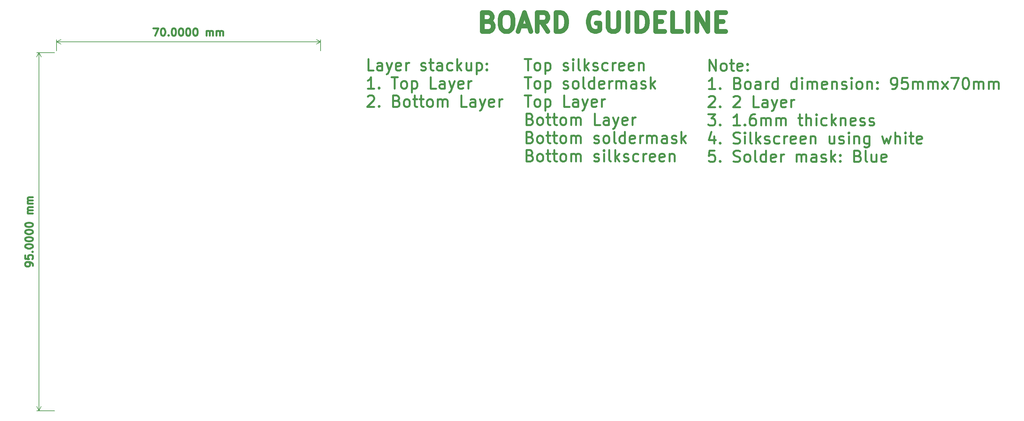
<source format=gbr>
%TF.GenerationSoftware,KiCad,Pcbnew,7.0.5*%
%TF.CreationDate,2023-07-07T20:15:01+07:00*%
%TF.ProjectId,Intership_board,496e7465-7273-4686-9970-5f626f617264,rev?*%
%TF.SameCoordinates,Original*%
%TF.FileFunction,Other,Comment*%
%FSLAX46Y46*%
G04 Gerber Fmt 4.6, Leading zero omitted, Abs format (unit mm)*
G04 Created by KiCad (PCBNEW 7.0.5) date 2023-07-07 20:15:01*
%MOMM*%
%LPD*%
G01*
G04 APERTURE LIST*
%ADD10C,0.500000*%
%ADD11C,1.250000*%
%ADD12C,0.150000*%
G04 APERTURE END LIST*
D10*
X113215804Y-56748857D02*
X111787232Y-56748857D01*
X111787232Y-56748857D02*
X111787232Y-53748857D01*
X115501518Y-56748857D02*
X115501518Y-55177428D01*
X115501518Y-55177428D02*
X115358660Y-54891714D01*
X115358660Y-54891714D02*
X115072946Y-54748857D01*
X115072946Y-54748857D02*
X114501518Y-54748857D01*
X114501518Y-54748857D02*
X114215803Y-54891714D01*
X115501518Y-56606000D02*
X115215803Y-56748857D01*
X115215803Y-56748857D02*
X114501518Y-56748857D01*
X114501518Y-56748857D02*
X114215803Y-56606000D01*
X114215803Y-56606000D02*
X114072946Y-56320285D01*
X114072946Y-56320285D02*
X114072946Y-56034571D01*
X114072946Y-56034571D02*
X114215803Y-55748857D01*
X114215803Y-55748857D02*
X114501518Y-55606000D01*
X114501518Y-55606000D02*
X115215803Y-55606000D01*
X115215803Y-55606000D02*
X115501518Y-55463142D01*
X116644375Y-54748857D02*
X117358661Y-56748857D01*
X118072946Y-54748857D02*
X117358661Y-56748857D01*
X117358661Y-56748857D02*
X117072946Y-57463142D01*
X117072946Y-57463142D02*
X116930089Y-57606000D01*
X116930089Y-57606000D02*
X116644375Y-57748857D01*
X120358660Y-56606000D02*
X120072946Y-56748857D01*
X120072946Y-56748857D02*
X119501518Y-56748857D01*
X119501518Y-56748857D02*
X119215803Y-56606000D01*
X119215803Y-56606000D02*
X119072946Y-56320285D01*
X119072946Y-56320285D02*
X119072946Y-55177428D01*
X119072946Y-55177428D02*
X119215803Y-54891714D01*
X119215803Y-54891714D02*
X119501518Y-54748857D01*
X119501518Y-54748857D02*
X120072946Y-54748857D01*
X120072946Y-54748857D02*
X120358660Y-54891714D01*
X120358660Y-54891714D02*
X120501518Y-55177428D01*
X120501518Y-55177428D02*
X120501518Y-55463142D01*
X120501518Y-55463142D02*
X119072946Y-55748857D01*
X121787232Y-56748857D02*
X121787232Y-54748857D01*
X121787232Y-55320285D02*
X121930089Y-55034571D01*
X121930089Y-55034571D02*
X122072947Y-54891714D01*
X122072947Y-54891714D02*
X122358661Y-54748857D01*
X122358661Y-54748857D02*
X122644375Y-54748857D01*
X125787232Y-56606000D02*
X126072946Y-56748857D01*
X126072946Y-56748857D02*
X126644375Y-56748857D01*
X126644375Y-56748857D02*
X126930089Y-56606000D01*
X126930089Y-56606000D02*
X127072946Y-56320285D01*
X127072946Y-56320285D02*
X127072946Y-56177428D01*
X127072946Y-56177428D02*
X126930089Y-55891714D01*
X126930089Y-55891714D02*
X126644375Y-55748857D01*
X126644375Y-55748857D02*
X126215804Y-55748857D01*
X126215804Y-55748857D02*
X125930089Y-55606000D01*
X125930089Y-55606000D02*
X125787232Y-55320285D01*
X125787232Y-55320285D02*
X125787232Y-55177428D01*
X125787232Y-55177428D02*
X125930089Y-54891714D01*
X125930089Y-54891714D02*
X126215804Y-54748857D01*
X126215804Y-54748857D02*
X126644375Y-54748857D01*
X126644375Y-54748857D02*
X126930089Y-54891714D01*
X127930089Y-54748857D02*
X129072946Y-54748857D01*
X128358660Y-53748857D02*
X128358660Y-56320285D01*
X128358660Y-56320285D02*
X128501517Y-56606000D01*
X128501517Y-56606000D02*
X128787232Y-56748857D01*
X128787232Y-56748857D02*
X129072946Y-56748857D01*
X131358661Y-56748857D02*
X131358661Y-55177428D01*
X131358661Y-55177428D02*
X131215803Y-54891714D01*
X131215803Y-54891714D02*
X130930089Y-54748857D01*
X130930089Y-54748857D02*
X130358661Y-54748857D01*
X130358661Y-54748857D02*
X130072946Y-54891714D01*
X131358661Y-56606000D02*
X131072946Y-56748857D01*
X131072946Y-56748857D02*
X130358661Y-56748857D01*
X130358661Y-56748857D02*
X130072946Y-56606000D01*
X130072946Y-56606000D02*
X129930089Y-56320285D01*
X129930089Y-56320285D02*
X129930089Y-56034571D01*
X129930089Y-56034571D02*
X130072946Y-55748857D01*
X130072946Y-55748857D02*
X130358661Y-55606000D01*
X130358661Y-55606000D02*
X131072946Y-55606000D01*
X131072946Y-55606000D02*
X131358661Y-55463142D01*
X134072947Y-56606000D02*
X133787232Y-56748857D01*
X133787232Y-56748857D02*
X133215804Y-56748857D01*
X133215804Y-56748857D02*
X132930089Y-56606000D01*
X132930089Y-56606000D02*
X132787232Y-56463142D01*
X132787232Y-56463142D02*
X132644375Y-56177428D01*
X132644375Y-56177428D02*
X132644375Y-55320285D01*
X132644375Y-55320285D02*
X132787232Y-55034571D01*
X132787232Y-55034571D02*
X132930089Y-54891714D01*
X132930089Y-54891714D02*
X133215804Y-54748857D01*
X133215804Y-54748857D02*
X133787232Y-54748857D01*
X133787232Y-54748857D02*
X134072947Y-54891714D01*
X135358661Y-56748857D02*
X135358661Y-53748857D01*
X135644376Y-55606000D02*
X136501518Y-56748857D01*
X136501518Y-54748857D02*
X135358661Y-55891714D01*
X139072947Y-54748857D02*
X139072947Y-56748857D01*
X137787232Y-54748857D02*
X137787232Y-56320285D01*
X137787232Y-56320285D02*
X137930089Y-56606000D01*
X137930089Y-56606000D02*
X138215804Y-56748857D01*
X138215804Y-56748857D02*
X138644375Y-56748857D01*
X138644375Y-56748857D02*
X138930089Y-56606000D01*
X138930089Y-56606000D02*
X139072947Y-56463142D01*
X140501518Y-54748857D02*
X140501518Y-57748857D01*
X140501518Y-54891714D02*
X140787233Y-54748857D01*
X140787233Y-54748857D02*
X141358661Y-54748857D01*
X141358661Y-54748857D02*
X141644375Y-54891714D01*
X141644375Y-54891714D02*
X141787233Y-55034571D01*
X141787233Y-55034571D02*
X141930090Y-55320285D01*
X141930090Y-55320285D02*
X141930090Y-56177428D01*
X141930090Y-56177428D02*
X141787233Y-56463142D01*
X141787233Y-56463142D02*
X141644375Y-56606000D01*
X141644375Y-56606000D02*
X141358661Y-56748857D01*
X141358661Y-56748857D02*
X140787233Y-56748857D01*
X140787233Y-56748857D02*
X140501518Y-56606000D01*
X143215804Y-56463142D02*
X143358661Y-56606000D01*
X143358661Y-56606000D02*
X143215804Y-56748857D01*
X143215804Y-56748857D02*
X143072947Y-56606000D01*
X143072947Y-56606000D02*
X143215804Y-56463142D01*
X143215804Y-56463142D02*
X143215804Y-56748857D01*
X143215804Y-54891714D02*
X143358661Y-55034571D01*
X143358661Y-55034571D02*
X143215804Y-55177428D01*
X143215804Y-55177428D02*
X143072947Y-55034571D01*
X143072947Y-55034571D02*
X143215804Y-54891714D01*
X143215804Y-54891714D02*
X143215804Y-55177428D01*
X113358661Y-61578857D02*
X111644375Y-61578857D01*
X112501518Y-61578857D02*
X112501518Y-58578857D01*
X112501518Y-58578857D02*
X112215804Y-59007428D01*
X112215804Y-59007428D02*
X111930089Y-59293142D01*
X111930089Y-59293142D02*
X111644375Y-59436000D01*
X114644375Y-61293142D02*
X114787232Y-61436000D01*
X114787232Y-61436000D02*
X114644375Y-61578857D01*
X114644375Y-61578857D02*
X114501518Y-61436000D01*
X114501518Y-61436000D02*
X114644375Y-61293142D01*
X114644375Y-61293142D02*
X114644375Y-61578857D01*
X117930089Y-58578857D02*
X119644375Y-58578857D01*
X118787232Y-61578857D02*
X118787232Y-58578857D01*
X121072946Y-61578857D02*
X120787231Y-61436000D01*
X120787231Y-61436000D02*
X120644374Y-61293142D01*
X120644374Y-61293142D02*
X120501517Y-61007428D01*
X120501517Y-61007428D02*
X120501517Y-60150285D01*
X120501517Y-60150285D02*
X120644374Y-59864571D01*
X120644374Y-59864571D02*
X120787231Y-59721714D01*
X120787231Y-59721714D02*
X121072946Y-59578857D01*
X121072946Y-59578857D02*
X121501517Y-59578857D01*
X121501517Y-59578857D02*
X121787231Y-59721714D01*
X121787231Y-59721714D02*
X121930089Y-59864571D01*
X121930089Y-59864571D02*
X122072946Y-60150285D01*
X122072946Y-60150285D02*
X122072946Y-61007428D01*
X122072946Y-61007428D02*
X121930089Y-61293142D01*
X121930089Y-61293142D02*
X121787231Y-61436000D01*
X121787231Y-61436000D02*
X121501517Y-61578857D01*
X121501517Y-61578857D02*
X121072946Y-61578857D01*
X123358660Y-59578857D02*
X123358660Y-62578857D01*
X123358660Y-59721714D02*
X123644375Y-59578857D01*
X123644375Y-59578857D02*
X124215803Y-59578857D01*
X124215803Y-59578857D02*
X124501517Y-59721714D01*
X124501517Y-59721714D02*
X124644375Y-59864571D01*
X124644375Y-59864571D02*
X124787232Y-60150285D01*
X124787232Y-60150285D02*
X124787232Y-61007428D01*
X124787232Y-61007428D02*
X124644375Y-61293142D01*
X124644375Y-61293142D02*
X124501517Y-61436000D01*
X124501517Y-61436000D02*
X124215803Y-61578857D01*
X124215803Y-61578857D02*
X123644375Y-61578857D01*
X123644375Y-61578857D02*
X123358660Y-61436000D01*
X129787232Y-61578857D02*
X128358660Y-61578857D01*
X128358660Y-61578857D02*
X128358660Y-58578857D01*
X132072946Y-61578857D02*
X132072946Y-60007428D01*
X132072946Y-60007428D02*
X131930088Y-59721714D01*
X131930088Y-59721714D02*
X131644374Y-59578857D01*
X131644374Y-59578857D02*
X131072946Y-59578857D01*
X131072946Y-59578857D02*
X130787231Y-59721714D01*
X132072946Y-61436000D02*
X131787231Y-61578857D01*
X131787231Y-61578857D02*
X131072946Y-61578857D01*
X131072946Y-61578857D02*
X130787231Y-61436000D01*
X130787231Y-61436000D02*
X130644374Y-61150285D01*
X130644374Y-61150285D02*
X130644374Y-60864571D01*
X130644374Y-60864571D02*
X130787231Y-60578857D01*
X130787231Y-60578857D02*
X131072946Y-60436000D01*
X131072946Y-60436000D02*
X131787231Y-60436000D01*
X131787231Y-60436000D02*
X132072946Y-60293142D01*
X133215803Y-59578857D02*
X133930089Y-61578857D01*
X134644374Y-59578857D02*
X133930089Y-61578857D01*
X133930089Y-61578857D02*
X133644374Y-62293142D01*
X133644374Y-62293142D02*
X133501517Y-62436000D01*
X133501517Y-62436000D02*
X133215803Y-62578857D01*
X136930088Y-61436000D02*
X136644374Y-61578857D01*
X136644374Y-61578857D02*
X136072946Y-61578857D01*
X136072946Y-61578857D02*
X135787231Y-61436000D01*
X135787231Y-61436000D02*
X135644374Y-61150285D01*
X135644374Y-61150285D02*
X135644374Y-60007428D01*
X135644374Y-60007428D02*
X135787231Y-59721714D01*
X135787231Y-59721714D02*
X136072946Y-59578857D01*
X136072946Y-59578857D02*
X136644374Y-59578857D01*
X136644374Y-59578857D02*
X136930088Y-59721714D01*
X136930088Y-59721714D02*
X137072946Y-60007428D01*
X137072946Y-60007428D02*
X137072946Y-60293142D01*
X137072946Y-60293142D02*
X135644374Y-60578857D01*
X138358660Y-61578857D02*
X138358660Y-59578857D01*
X138358660Y-60150285D02*
X138501517Y-59864571D01*
X138501517Y-59864571D02*
X138644375Y-59721714D01*
X138644375Y-59721714D02*
X138930089Y-59578857D01*
X138930089Y-59578857D02*
X139215803Y-59578857D01*
X111644375Y-63694571D02*
X111787232Y-63551714D01*
X111787232Y-63551714D02*
X112072947Y-63408857D01*
X112072947Y-63408857D02*
X112787232Y-63408857D01*
X112787232Y-63408857D02*
X113072947Y-63551714D01*
X113072947Y-63551714D02*
X113215804Y-63694571D01*
X113215804Y-63694571D02*
X113358661Y-63980285D01*
X113358661Y-63980285D02*
X113358661Y-64266000D01*
X113358661Y-64266000D02*
X113215804Y-64694571D01*
X113215804Y-64694571D02*
X111501518Y-66408857D01*
X111501518Y-66408857D02*
X113358661Y-66408857D01*
X114644375Y-66123142D02*
X114787232Y-66266000D01*
X114787232Y-66266000D02*
X114644375Y-66408857D01*
X114644375Y-66408857D02*
X114501518Y-66266000D01*
X114501518Y-66266000D02*
X114644375Y-66123142D01*
X114644375Y-66123142D02*
X114644375Y-66408857D01*
X119358660Y-64837428D02*
X119787232Y-64980285D01*
X119787232Y-64980285D02*
X119930089Y-65123142D01*
X119930089Y-65123142D02*
X120072946Y-65408857D01*
X120072946Y-65408857D02*
X120072946Y-65837428D01*
X120072946Y-65837428D02*
X119930089Y-66123142D01*
X119930089Y-66123142D02*
X119787232Y-66266000D01*
X119787232Y-66266000D02*
X119501517Y-66408857D01*
X119501517Y-66408857D02*
X118358660Y-66408857D01*
X118358660Y-66408857D02*
X118358660Y-63408857D01*
X118358660Y-63408857D02*
X119358660Y-63408857D01*
X119358660Y-63408857D02*
X119644375Y-63551714D01*
X119644375Y-63551714D02*
X119787232Y-63694571D01*
X119787232Y-63694571D02*
X119930089Y-63980285D01*
X119930089Y-63980285D02*
X119930089Y-64266000D01*
X119930089Y-64266000D02*
X119787232Y-64551714D01*
X119787232Y-64551714D02*
X119644375Y-64694571D01*
X119644375Y-64694571D02*
X119358660Y-64837428D01*
X119358660Y-64837428D02*
X118358660Y-64837428D01*
X121787232Y-66408857D02*
X121501517Y-66266000D01*
X121501517Y-66266000D02*
X121358660Y-66123142D01*
X121358660Y-66123142D02*
X121215803Y-65837428D01*
X121215803Y-65837428D02*
X121215803Y-64980285D01*
X121215803Y-64980285D02*
X121358660Y-64694571D01*
X121358660Y-64694571D02*
X121501517Y-64551714D01*
X121501517Y-64551714D02*
X121787232Y-64408857D01*
X121787232Y-64408857D02*
X122215803Y-64408857D01*
X122215803Y-64408857D02*
X122501517Y-64551714D01*
X122501517Y-64551714D02*
X122644375Y-64694571D01*
X122644375Y-64694571D02*
X122787232Y-64980285D01*
X122787232Y-64980285D02*
X122787232Y-65837428D01*
X122787232Y-65837428D02*
X122644375Y-66123142D01*
X122644375Y-66123142D02*
X122501517Y-66266000D01*
X122501517Y-66266000D02*
X122215803Y-66408857D01*
X122215803Y-66408857D02*
X121787232Y-66408857D01*
X123644375Y-64408857D02*
X124787232Y-64408857D01*
X124072946Y-63408857D02*
X124072946Y-65980285D01*
X124072946Y-65980285D02*
X124215803Y-66266000D01*
X124215803Y-66266000D02*
X124501518Y-66408857D01*
X124501518Y-66408857D02*
X124787232Y-66408857D01*
X125358661Y-64408857D02*
X126501518Y-64408857D01*
X125787232Y-63408857D02*
X125787232Y-65980285D01*
X125787232Y-65980285D02*
X125930089Y-66266000D01*
X125930089Y-66266000D02*
X126215804Y-66408857D01*
X126215804Y-66408857D02*
X126501518Y-66408857D01*
X127930090Y-66408857D02*
X127644375Y-66266000D01*
X127644375Y-66266000D02*
X127501518Y-66123142D01*
X127501518Y-66123142D02*
X127358661Y-65837428D01*
X127358661Y-65837428D02*
X127358661Y-64980285D01*
X127358661Y-64980285D02*
X127501518Y-64694571D01*
X127501518Y-64694571D02*
X127644375Y-64551714D01*
X127644375Y-64551714D02*
X127930090Y-64408857D01*
X127930090Y-64408857D02*
X128358661Y-64408857D01*
X128358661Y-64408857D02*
X128644375Y-64551714D01*
X128644375Y-64551714D02*
X128787233Y-64694571D01*
X128787233Y-64694571D02*
X128930090Y-64980285D01*
X128930090Y-64980285D02*
X128930090Y-65837428D01*
X128930090Y-65837428D02*
X128787233Y-66123142D01*
X128787233Y-66123142D02*
X128644375Y-66266000D01*
X128644375Y-66266000D02*
X128358661Y-66408857D01*
X128358661Y-66408857D02*
X127930090Y-66408857D01*
X130215804Y-66408857D02*
X130215804Y-64408857D01*
X130215804Y-64694571D02*
X130358661Y-64551714D01*
X130358661Y-64551714D02*
X130644376Y-64408857D01*
X130644376Y-64408857D02*
X131072947Y-64408857D01*
X131072947Y-64408857D02*
X131358661Y-64551714D01*
X131358661Y-64551714D02*
X131501519Y-64837428D01*
X131501519Y-64837428D02*
X131501519Y-66408857D01*
X131501519Y-64837428D02*
X131644376Y-64551714D01*
X131644376Y-64551714D02*
X131930090Y-64408857D01*
X131930090Y-64408857D02*
X132358661Y-64408857D01*
X132358661Y-64408857D02*
X132644376Y-64551714D01*
X132644376Y-64551714D02*
X132787233Y-64837428D01*
X132787233Y-64837428D02*
X132787233Y-66408857D01*
X137930090Y-66408857D02*
X136501518Y-66408857D01*
X136501518Y-66408857D02*
X136501518Y-63408857D01*
X140215804Y-66408857D02*
X140215804Y-64837428D01*
X140215804Y-64837428D02*
X140072946Y-64551714D01*
X140072946Y-64551714D02*
X139787232Y-64408857D01*
X139787232Y-64408857D02*
X139215804Y-64408857D01*
X139215804Y-64408857D02*
X138930089Y-64551714D01*
X140215804Y-66266000D02*
X139930089Y-66408857D01*
X139930089Y-66408857D02*
X139215804Y-66408857D01*
X139215804Y-66408857D02*
X138930089Y-66266000D01*
X138930089Y-66266000D02*
X138787232Y-65980285D01*
X138787232Y-65980285D02*
X138787232Y-65694571D01*
X138787232Y-65694571D02*
X138930089Y-65408857D01*
X138930089Y-65408857D02*
X139215804Y-65266000D01*
X139215804Y-65266000D02*
X139930089Y-65266000D01*
X139930089Y-65266000D02*
X140215804Y-65123142D01*
X141358661Y-64408857D02*
X142072947Y-66408857D01*
X142787232Y-64408857D02*
X142072947Y-66408857D01*
X142072947Y-66408857D02*
X141787232Y-67123142D01*
X141787232Y-67123142D02*
X141644375Y-67266000D01*
X141644375Y-67266000D02*
X141358661Y-67408857D01*
X145072946Y-66266000D02*
X144787232Y-66408857D01*
X144787232Y-66408857D02*
X144215804Y-66408857D01*
X144215804Y-66408857D02*
X143930089Y-66266000D01*
X143930089Y-66266000D02*
X143787232Y-65980285D01*
X143787232Y-65980285D02*
X143787232Y-64837428D01*
X143787232Y-64837428D02*
X143930089Y-64551714D01*
X143930089Y-64551714D02*
X144215804Y-64408857D01*
X144215804Y-64408857D02*
X144787232Y-64408857D01*
X144787232Y-64408857D02*
X145072946Y-64551714D01*
X145072946Y-64551714D02*
X145215804Y-64837428D01*
X145215804Y-64837428D02*
X145215804Y-65123142D01*
X145215804Y-65123142D02*
X143787232Y-65408857D01*
X146501518Y-66408857D02*
X146501518Y-64408857D01*
X146501518Y-64980285D02*
X146644375Y-64694571D01*
X146644375Y-64694571D02*
X146787233Y-64551714D01*
X146787233Y-64551714D02*
X147072947Y-64408857D01*
X147072947Y-64408857D02*
X147358661Y-64408857D01*
D11*
X143633510Y-43694047D02*
X144347796Y-43932142D01*
X144347796Y-43932142D02*
X144585891Y-44170238D01*
X144585891Y-44170238D02*
X144823987Y-44646428D01*
X144823987Y-44646428D02*
X144823987Y-45360714D01*
X144823987Y-45360714D02*
X144585891Y-45836904D01*
X144585891Y-45836904D02*
X144347796Y-46075000D01*
X144347796Y-46075000D02*
X143871606Y-46313095D01*
X143871606Y-46313095D02*
X141966844Y-46313095D01*
X141966844Y-46313095D02*
X141966844Y-41313095D01*
X141966844Y-41313095D02*
X143633510Y-41313095D01*
X143633510Y-41313095D02*
X144109701Y-41551190D01*
X144109701Y-41551190D02*
X144347796Y-41789285D01*
X144347796Y-41789285D02*
X144585891Y-42265476D01*
X144585891Y-42265476D02*
X144585891Y-42741666D01*
X144585891Y-42741666D02*
X144347796Y-43217857D01*
X144347796Y-43217857D02*
X144109701Y-43455952D01*
X144109701Y-43455952D02*
X143633510Y-43694047D01*
X143633510Y-43694047D02*
X141966844Y-43694047D01*
X147919225Y-41313095D02*
X148871606Y-41313095D01*
X148871606Y-41313095D02*
X149347796Y-41551190D01*
X149347796Y-41551190D02*
X149823987Y-42027380D01*
X149823987Y-42027380D02*
X150062082Y-42979761D01*
X150062082Y-42979761D02*
X150062082Y-44646428D01*
X150062082Y-44646428D02*
X149823987Y-45598809D01*
X149823987Y-45598809D02*
X149347796Y-46075000D01*
X149347796Y-46075000D02*
X148871606Y-46313095D01*
X148871606Y-46313095D02*
X147919225Y-46313095D01*
X147919225Y-46313095D02*
X147443034Y-46075000D01*
X147443034Y-46075000D02*
X146966844Y-45598809D01*
X146966844Y-45598809D02*
X146728748Y-44646428D01*
X146728748Y-44646428D02*
X146728748Y-42979761D01*
X146728748Y-42979761D02*
X146966844Y-42027380D01*
X146966844Y-42027380D02*
X147443034Y-41551190D01*
X147443034Y-41551190D02*
X147919225Y-41313095D01*
X151966843Y-44884523D02*
X154347796Y-44884523D01*
X151490653Y-46313095D02*
X153157320Y-41313095D01*
X153157320Y-41313095D02*
X154823986Y-46313095D01*
X159347796Y-46313095D02*
X157681129Y-43932142D01*
X156490653Y-46313095D02*
X156490653Y-41313095D01*
X156490653Y-41313095D02*
X158395415Y-41313095D01*
X158395415Y-41313095D02*
X158871605Y-41551190D01*
X158871605Y-41551190D02*
X159109700Y-41789285D01*
X159109700Y-41789285D02*
X159347796Y-42265476D01*
X159347796Y-42265476D02*
X159347796Y-42979761D01*
X159347796Y-42979761D02*
X159109700Y-43455952D01*
X159109700Y-43455952D02*
X158871605Y-43694047D01*
X158871605Y-43694047D02*
X158395415Y-43932142D01*
X158395415Y-43932142D02*
X156490653Y-43932142D01*
X161490653Y-46313095D02*
X161490653Y-41313095D01*
X161490653Y-41313095D02*
X162681129Y-41313095D01*
X162681129Y-41313095D02*
X163395415Y-41551190D01*
X163395415Y-41551190D02*
X163871605Y-42027380D01*
X163871605Y-42027380D02*
X164109700Y-42503571D01*
X164109700Y-42503571D02*
X164347796Y-43455952D01*
X164347796Y-43455952D02*
X164347796Y-44170238D01*
X164347796Y-44170238D02*
X164109700Y-45122619D01*
X164109700Y-45122619D02*
X163871605Y-45598809D01*
X163871605Y-45598809D02*
X163395415Y-46075000D01*
X163395415Y-46075000D02*
X162681129Y-46313095D01*
X162681129Y-46313095D02*
X161490653Y-46313095D01*
X172919224Y-41551190D02*
X172443034Y-41313095D01*
X172443034Y-41313095D02*
X171728748Y-41313095D01*
X171728748Y-41313095D02*
X171014462Y-41551190D01*
X171014462Y-41551190D02*
X170538272Y-42027380D01*
X170538272Y-42027380D02*
X170300177Y-42503571D01*
X170300177Y-42503571D02*
X170062081Y-43455952D01*
X170062081Y-43455952D02*
X170062081Y-44170238D01*
X170062081Y-44170238D02*
X170300177Y-45122619D01*
X170300177Y-45122619D02*
X170538272Y-45598809D01*
X170538272Y-45598809D02*
X171014462Y-46075000D01*
X171014462Y-46075000D02*
X171728748Y-46313095D01*
X171728748Y-46313095D02*
X172204939Y-46313095D01*
X172204939Y-46313095D02*
X172919224Y-46075000D01*
X172919224Y-46075000D02*
X173157320Y-45836904D01*
X173157320Y-45836904D02*
X173157320Y-44170238D01*
X173157320Y-44170238D02*
X172204939Y-44170238D01*
X175300177Y-41313095D02*
X175300177Y-45360714D01*
X175300177Y-45360714D02*
X175538272Y-45836904D01*
X175538272Y-45836904D02*
X175776367Y-46075000D01*
X175776367Y-46075000D02*
X176252558Y-46313095D01*
X176252558Y-46313095D02*
X177204939Y-46313095D01*
X177204939Y-46313095D02*
X177681129Y-46075000D01*
X177681129Y-46075000D02*
X177919224Y-45836904D01*
X177919224Y-45836904D02*
X178157320Y-45360714D01*
X178157320Y-45360714D02*
X178157320Y-41313095D01*
X180538272Y-46313095D02*
X180538272Y-41313095D01*
X182919224Y-46313095D02*
X182919224Y-41313095D01*
X182919224Y-41313095D02*
X184109700Y-41313095D01*
X184109700Y-41313095D02*
X184823986Y-41551190D01*
X184823986Y-41551190D02*
X185300176Y-42027380D01*
X185300176Y-42027380D02*
X185538271Y-42503571D01*
X185538271Y-42503571D02*
X185776367Y-43455952D01*
X185776367Y-43455952D02*
X185776367Y-44170238D01*
X185776367Y-44170238D02*
X185538271Y-45122619D01*
X185538271Y-45122619D02*
X185300176Y-45598809D01*
X185300176Y-45598809D02*
X184823986Y-46075000D01*
X184823986Y-46075000D02*
X184109700Y-46313095D01*
X184109700Y-46313095D02*
X182919224Y-46313095D01*
X187919224Y-43694047D02*
X189585890Y-43694047D01*
X190300176Y-46313095D02*
X187919224Y-46313095D01*
X187919224Y-46313095D02*
X187919224Y-41313095D01*
X187919224Y-41313095D02*
X190300176Y-41313095D01*
X194823986Y-46313095D02*
X192443034Y-46313095D01*
X192443034Y-46313095D02*
X192443034Y-41313095D01*
X196490653Y-46313095D02*
X196490653Y-41313095D01*
X198871605Y-46313095D02*
X198871605Y-41313095D01*
X198871605Y-41313095D02*
X201728748Y-46313095D01*
X201728748Y-46313095D02*
X201728748Y-41313095D01*
X204109700Y-43694047D02*
X205776366Y-43694047D01*
X206490652Y-46313095D02*
X204109700Y-46313095D01*
X204109700Y-46313095D02*
X204109700Y-41313095D01*
X204109700Y-41313095D02*
X206490652Y-41313095D01*
D10*
X202211232Y-56863857D02*
X202211232Y-53863857D01*
X202211232Y-53863857D02*
X203925518Y-56863857D01*
X203925518Y-56863857D02*
X203925518Y-53863857D01*
X205782661Y-56863857D02*
X205496946Y-56721000D01*
X205496946Y-56721000D02*
X205354089Y-56578142D01*
X205354089Y-56578142D02*
X205211232Y-56292428D01*
X205211232Y-56292428D02*
X205211232Y-55435285D01*
X205211232Y-55435285D02*
X205354089Y-55149571D01*
X205354089Y-55149571D02*
X205496946Y-55006714D01*
X205496946Y-55006714D02*
X205782661Y-54863857D01*
X205782661Y-54863857D02*
X206211232Y-54863857D01*
X206211232Y-54863857D02*
X206496946Y-55006714D01*
X206496946Y-55006714D02*
X206639804Y-55149571D01*
X206639804Y-55149571D02*
X206782661Y-55435285D01*
X206782661Y-55435285D02*
X206782661Y-56292428D01*
X206782661Y-56292428D02*
X206639804Y-56578142D01*
X206639804Y-56578142D02*
X206496946Y-56721000D01*
X206496946Y-56721000D02*
X206211232Y-56863857D01*
X206211232Y-56863857D02*
X205782661Y-56863857D01*
X207639804Y-54863857D02*
X208782661Y-54863857D01*
X208068375Y-53863857D02*
X208068375Y-56435285D01*
X208068375Y-56435285D02*
X208211232Y-56721000D01*
X208211232Y-56721000D02*
X208496947Y-56863857D01*
X208496947Y-56863857D02*
X208782661Y-56863857D01*
X210925518Y-56721000D02*
X210639804Y-56863857D01*
X210639804Y-56863857D02*
X210068376Y-56863857D01*
X210068376Y-56863857D02*
X209782661Y-56721000D01*
X209782661Y-56721000D02*
X209639804Y-56435285D01*
X209639804Y-56435285D02*
X209639804Y-55292428D01*
X209639804Y-55292428D02*
X209782661Y-55006714D01*
X209782661Y-55006714D02*
X210068376Y-54863857D01*
X210068376Y-54863857D02*
X210639804Y-54863857D01*
X210639804Y-54863857D02*
X210925518Y-55006714D01*
X210925518Y-55006714D02*
X211068376Y-55292428D01*
X211068376Y-55292428D02*
X211068376Y-55578142D01*
X211068376Y-55578142D02*
X209639804Y-55863857D01*
X212354090Y-56578142D02*
X212496947Y-56721000D01*
X212496947Y-56721000D02*
X212354090Y-56863857D01*
X212354090Y-56863857D02*
X212211233Y-56721000D01*
X212211233Y-56721000D02*
X212354090Y-56578142D01*
X212354090Y-56578142D02*
X212354090Y-56863857D01*
X212354090Y-55006714D02*
X212496947Y-55149571D01*
X212496947Y-55149571D02*
X212354090Y-55292428D01*
X212354090Y-55292428D02*
X212211233Y-55149571D01*
X212211233Y-55149571D02*
X212354090Y-55006714D01*
X212354090Y-55006714D02*
X212354090Y-55292428D01*
X203782661Y-61693857D02*
X202068375Y-61693857D01*
X202925518Y-61693857D02*
X202925518Y-58693857D01*
X202925518Y-58693857D02*
X202639804Y-59122428D01*
X202639804Y-59122428D02*
X202354089Y-59408142D01*
X202354089Y-59408142D02*
X202068375Y-59551000D01*
X205068375Y-61408142D02*
X205211232Y-61551000D01*
X205211232Y-61551000D02*
X205068375Y-61693857D01*
X205068375Y-61693857D02*
X204925518Y-61551000D01*
X204925518Y-61551000D02*
X205068375Y-61408142D01*
X205068375Y-61408142D02*
X205068375Y-61693857D01*
X209782660Y-60122428D02*
X210211232Y-60265285D01*
X210211232Y-60265285D02*
X210354089Y-60408142D01*
X210354089Y-60408142D02*
X210496946Y-60693857D01*
X210496946Y-60693857D02*
X210496946Y-61122428D01*
X210496946Y-61122428D02*
X210354089Y-61408142D01*
X210354089Y-61408142D02*
X210211232Y-61551000D01*
X210211232Y-61551000D02*
X209925517Y-61693857D01*
X209925517Y-61693857D02*
X208782660Y-61693857D01*
X208782660Y-61693857D02*
X208782660Y-58693857D01*
X208782660Y-58693857D02*
X209782660Y-58693857D01*
X209782660Y-58693857D02*
X210068375Y-58836714D01*
X210068375Y-58836714D02*
X210211232Y-58979571D01*
X210211232Y-58979571D02*
X210354089Y-59265285D01*
X210354089Y-59265285D02*
X210354089Y-59551000D01*
X210354089Y-59551000D02*
X210211232Y-59836714D01*
X210211232Y-59836714D02*
X210068375Y-59979571D01*
X210068375Y-59979571D02*
X209782660Y-60122428D01*
X209782660Y-60122428D02*
X208782660Y-60122428D01*
X212211232Y-61693857D02*
X211925517Y-61551000D01*
X211925517Y-61551000D02*
X211782660Y-61408142D01*
X211782660Y-61408142D02*
X211639803Y-61122428D01*
X211639803Y-61122428D02*
X211639803Y-60265285D01*
X211639803Y-60265285D02*
X211782660Y-59979571D01*
X211782660Y-59979571D02*
X211925517Y-59836714D01*
X211925517Y-59836714D02*
X212211232Y-59693857D01*
X212211232Y-59693857D02*
X212639803Y-59693857D01*
X212639803Y-59693857D02*
X212925517Y-59836714D01*
X212925517Y-59836714D02*
X213068375Y-59979571D01*
X213068375Y-59979571D02*
X213211232Y-60265285D01*
X213211232Y-60265285D02*
X213211232Y-61122428D01*
X213211232Y-61122428D02*
X213068375Y-61408142D01*
X213068375Y-61408142D02*
X212925517Y-61551000D01*
X212925517Y-61551000D02*
X212639803Y-61693857D01*
X212639803Y-61693857D02*
X212211232Y-61693857D01*
X215782661Y-61693857D02*
X215782661Y-60122428D01*
X215782661Y-60122428D02*
X215639803Y-59836714D01*
X215639803Y-59836714D02*
X215354089Y-59693857D01*
X215354089Y-59693857D02*
X214782661Y-59693857D01*
X214782661Y-59693857D02*
X214496946Y-59836714D01*
X215782661Y-61551000D02*
X215496946Y-61693857D01*
X215496946Y-61693857D02*
X214782661Y-61693857D01*
X214782661Y-61693857D02*
X214496946Y-61551000D01*
X214496946Y-61551000D02*
X214354089Y-61265285D01*
X214354089Y-61265285D02*
X214354089Y-60979571D01*
X214354089Y-60979571D02*
X214496946Y-60693857D01*
X214496946Y-60693857D02*
X214782661Y-60551000D01*
X214782661Y-60551000D02*
X215496946Y-60551000D01*
X215496946Y-60551000D02*
X215782661Y-60408142D01*
X217211232Y-61693857D02*
X217211232Y-59693857D01*
X217211232Y-60265285D02*
X217354089Y-59979571D01*
X217354089Y-59979571D02*
X217496947Y-59836714D01*
X217496947Y-59836714D02*
X217782661Y-59693857D01*
X217782661Y-59693857D02*
X218068375Y-59693857D01*
X220354090Y-61693857D02*
X220354090Y-58693857D01*
X220354090Y-61551000D02*
X220068375Y-61693857D01*
X220068375Y-61693857D02*
X219496947Y-61693857D01*
X219496947Y-61693857D02*
X219211232Y-61551000D01*
X219211232Y-61551000D02*
X219068375Y-61408142D01*
X219068375Y-61408142D02*
X218925518Y-61122428D01*
X218925518Y-61122428D02*
X218925518Y-60265285D01*
X218925518Y-60265285D02*
X219068375Y-59979571D01*
X219068375Y-59979571D02*
X219211232Y-59836714D01*
X219211232Y-59836714D02*
X219496947Y-59693857D01*
X219496947Y-59693857D02*
X220068375Y-59693857D01*
X220068375Y-59693857D02*
X220354090Y-59836714D01*
X225354090Y-61693857D02*
X225354090Y-58693857D01*
X225354090Y-61551000D02*
X225068375Y-61693857D01*
X225068375Y-61693857D02*
X224496947Y-61693857D01*
X224496947Y-61693857D02*
X224211232Y-61551000D01*
X224211232Y-61551000D02*
X224068375Y-61408142D01*
X224068375Y-61408142D02*
X223925518Y-61122428D01*
X223925518Y-61122428D02*
X223925518Y-60265285D01*
X223925518Y-60265285D02*
X224068375Y-59979571D01*
X224068375Y-59979571D02*
X224211232Y-59836714D01*
X224211232Y-59836714D02*
X224496947Y-59693857D01*
X224496947Y-59693857D02*
X225068375Y-59693857D01*
X225068375Y-59693857D02*
X225354090Y-59836714D01*
X226782661Y-61693857D02*
X226782661Y-59693857D01*
X226782661Y-58693857D02*
X226639804Y-58836714D01*
X226639804Y-58836714D02*
X226782661Y-58979571D01*
X226782661Y-58979571D02*
X226925518Y-58836714D01*
X226925518Y-58836714D02*
X226782661Y-58693857D01*
X226782661Y-58693857D02*
X226782661Y-58979571D01*
X228211232Y-61693857D02*
X228211232Y-59693857D01*
X228211232Y-59979571D02*
X228354089Y-59836714D01*
X228354089Y-59836714D02*
X228639804Y-59693857D01*
X228639804Y-59693857D02*
X229068375Y-59693857D01*
X229068375Y-59693857D02*
X229354089Y-59836714D01*
X229354089Y-59836714D02*
X229496947Y-60122428D01*
X229496947Y-60122428D02*
X229496947Y-61693857D01*
X229496947Y-60122428D02*
X229639804Y-59836714D01*
X229639804Y-59836714D02*
X229925518Y-59693857D01*
X229925518Y-59693857D02*
X230354089Y-59693857D01*
X230354089Y-59693857D02*
X230639804Y-59836714D01*
X230639804Y-59836714D02*
X230782661Y-60122428D01*
X230782661Y-60122428D02*
X230782661Y-61693857D01*
X233354089Y-61551000D02*
X233068375Y-61693857D01*
X233068375Y-61693857D02*
X232496947Y-61693857D01*
X232496947Y-61693857D02*
X232211232Y-61551000D01*
X232211232Y-61551000D02*
X232068375Y-61265285D01*
X232068375Y-61265285D02*
X232068375Y-60122428D01*
X232068375Y-60122428D02*
X232211232Y-59836714D01*
X232211232Y-59836714D02*
X232496947Y-59693857D01*
X232496947Y-59693857D02*
X233068375Y-59693857D01*
X233068375Y-59693857D02*
X233354089Y-59836714D01*
X233354089Y-59836714D02*
X233496947Y-60122428D01*
X233496947Y-60122428D02*
X233496947Y-60408142D01*
X233496947Y-60408142D02*
X232068375Y-60693857D01*
X234782661Y-59693857D02*
X234782661Y-61693857D01*
X234782661Y-59979571D02*
X234925518Y-59836714D01*
X234925518Y-59836714D02*
X235211233Y-59693857D01*
X235211233Y-59693857D02*
X235639804Y-59693857D01*
X235639804Y-59693857D02*
X235925518Y-59836714D01*
X235925518Y-59836714D02*
X236068376Y-60122428D01*
X236068376Y-60122428D02*
X236068376Y-61693857D01*
X237354090Y-61551000D02*
X237639804Y-61693857D01*
X237639804Y-61693857D02*
X238211233Y-61693857D01*
X238211233Y-61693857D02*
X238496947Y-61551000D01*
X238496947Y-61551000D02*
X238639804Y-61265285D01*
X238639804Y-61265285D02*
X238639804Y-61122428D01*
X238639804Y-61122428D02*
X238496947Y-60836714D01*
X238496947Y-60836714D02*
X238211233Y-60693857D01*
X238211233Y-60693857D02*
X237782662Y-60693857D01*
X237782662Y-60693857D02*
X237496947Y-60551000D01*
X237496947Y-60551000D02*
X237354090Y-60265285D01*
X237354090Y-60265285D02*
X237354090Y-60122428D01*
X237354090Y-60122428D02*
X237496947Y-59836714D01*
X237496947Y-59836714D02*
X237782662Y-59693857D01*
X237782662Y-59693857D02*
X238211233Y-59693857D01*
X238211233Y-59693857D02*
X238496947Y-59836714D01*
X239925518Y-61693857D02*
X239925518Y-59693857D01*
X239925518Y-58693857D02*
X239782661Y-58836714D01*
X239782661Y-58836714D02*
X239925518Y-58979571D01*
X239925518Y-58979571D02*
X240068375Y-58836714D01*
X240068375Y-58836714D02*
X239925518Y-58693857D01*
X239925518Y-58693857D02*
X239925518Y-58979571D01*
X241782661Y-61693857D02*
X241496946Y-61551000D01*
X241496946Y-61551000D02*
X241354089Y-61408142D01*
X241354089Y-61408142D02*
X241211232Y-61122428D01*
X241211232Y-61122428D02*
X241211232Y-60265285D01*
X241211232Y-60265285D02*
X241354089Y-59979571D01*
X241354089Y-59979571D02*
X241496946Y-59836714D01*
X241496946Y-59836714D02*
X241782661Y-59693857D01*
X241782661Y-59693857D02*
X242211232Y-59693857D01*
X242211232Y-59693857D02*
X242496946Y-59836714D01*
X242496946Y-59836714D02*
X242639804Y-59979571D01*
X242639804Y-59979571D02*
X242782661Y-60265285D01*
X242782661Y-60265285D02*
X242782661Y-61122428D01*
X242782661Y-61122428D02*
X242639804Y-61408142D01*
X242639804Y-61408142D02*
X242496946Y-61551000D01*
X242496946Y-61551000D02*
X242211232Y-61693857D01*
X242211232Y-61693857D02*
X241782661Y-61693857D01*
X244068375Y-59693857D02*
X244068375Y-61693857D01*
X244068375Y-59979571D02*
X244211232Y-59836714D01*
X244211232Y-59836714D02*
X244496947Y-59693857D01*
X244496947Y-59693857D02*
X244925518Y-59693857D01*
X244925518Y-59693857D02*
X245211232Y-59836714D01*
X245211232Y-59836714D02*
X245354090Y-60122428D01*
X245354090Y-60122428D02*
X245354090Y-61693857D01*
X246782661Y-61408142D02*
X246925518Y-61551000D01*
X246925518Y-61551000D02*
X246782661Y-61693857D01*
X246782661Y-61693857D02*
X246639804Y-61551000D01*
X246639804Y-61551000D02*
X246782661Y-61408142D01*
X246782661Y-61408142D02*
X246782661Y-61693857D01*
X246782661Y-59836714D02*
X246925518Y-59979571D01*
X246925518Y-59979571D02*
X246782661Y-60122428D01*
X246782661Y-60122428D02*
X246639804Y-59979571D01*
X246639804Y-59979571D02*
X246782661Y-59836714D01*
X246782661Y-59836714D02*
X246782661Y-60122428D01*
X250639803Y-61693857D02*
X251211232Y-61693857D01*
X251211232Y-61693857D02*
X251496946Y-61551000D01*
X251496946Y-61551000D02*
X251639803Y-61408142D01*
X251639803Y-61408142D02*
X251925518Y-60979571D01*
X251925518Y-60979571D02*
X252068375Y-60408142D01*
X252068375Y-60408142D02*
X252068375Y-59265285D01*
X252068375Y-59265285D02*
X251925518Y-58979571D01*
X251925518Y-58979571D02*
X251782661Y-58836714D01*
X251782661Y-58836714D02*
X251496946Y-58693857D01*
X251496946Y-58693857D02*
X250925518Y-58693857D01*
X250925518Y-58693857D02*
X250639803Y-58836714D01*
X250639803Y-58836714D02*
X250496946Y-58979571D01*
X250496946Y-58979571D02*
X250354089Y-59265285D01*
X250354089Y-59265285D02*
X250354089Y-59979571D01*
X250354089Y-59979571D02*
X250496946Y-60265285D01*
X250496946Y-60265285D02*
X250639803Y-60408142D01*
X250639803Y-60408142D02*
X250925518Y-60551000D01*
X250925518Y-60551000D02*
X251496946Y-60551000D01*
X251496946Y-60551000D02*
X251782661Y-60408142D01*
X251782661Y-60408142D02*
X251925518Y-60265285D01*
X251925518Y-60265285D02*
X252068375Y-59979571D01*
X254782661Y-58693857D02*
X253354089Y-58693857D01*
X253354089Y-58693857D02*
X253211232Y-60122428D01*
X253211232Y-60122428D02*
X253354089Y-59979571D01*
X253354089Y-59979571D02*
X253639804Y-59836714D01*
X253639804Y-59836714D02*
X254354089Y-59836714D01*
X254354089Y-59836714D02*
X254639804Y-59979571D01*
X254639804Y-59979571D02*
X254782661Y-60122428D01*
X254782661Y-60122428D02*
X254925518Y-60408142D01*
X254925518Y-60408142D02*
X254925518Y-61122428D01*
X254925518Y-61122428D02*
X254782661Y-61408142D01*
X254782661Y-61408142D02*
X254639804Y-61551000D01*
X254639804Y-61551000D02*
X254354089Y-61693857D01*
X254354089Y-61693857D02*
X253639804Y-61693857D01*
X253639804Y-61693857D02*
X253354089Y-61551000D01*
X253354089Y-61551000D02*
X253211232Y-61408142D01*
X256211232Y-61693857D02*
X256211232Y-59693857D01*
X256211232Y-59979571D02*
X256354089Y-59836714D01*
X256354089Y-59836714D02*
X256639804Y-59693857D01*
X256639804Y-59693857D02*
X257068375Y-59693857D01*
X257068375Y-59693857D02*
X257354089Y-59836714D01*
X257354089Y-59836714D02*
X257496947Y-60122428D01*
X257496947Y-60122428D02*
X257496947Y-61693857D01*
X257496947Y-60122428D02*
X257639804Y-59836714D01*
X257639804Y-59836714D02*
X257925518Y-59693857D01*
X257925518Y-59693857D02*
X258354089Y-59693857D01*
X258354089Y-59693857D02*
X258639804Y-59836714D01*
X258639804Y-59836714D02*
X258782661Y-60122428D01*
X258782661Y-60122428D02*
X258782661Y-61693857D01*
X260211232Y-61693857D02*
X260211232Y-59693857D01*
X260211232Y-59979571D02*
X260354089Y-59836714D01*
X260354089Y-59836714D02*
X260639804Y-59693857D01*
X260639804Y-59693857D02*
X261068375Y-59693857D01*
X261068375Y-59693857D02*
X261354089Y-59836714D01*
X261354089Y-59836714D02*
X261496947Y-60122428D01*
X261496947Y-60122428D02*
X261496947Y-61693857D01*
X261496947Y-60122428D02*
X261639804Y-59836714D01*
X261639804Y-59836714D02*
X261925518Y-59693857D01*
X261925518Y-59693857D02*
X262354089Y-59693857D01*
X262354089Y-59693857D02*
X262639804Y-59836714D01*
X262639804Y-59836714D02*
X262782661Y-60122428D01*
X262782661Y-60122428D02*
X262782661Y-61693857D01*
X263925518Y-61693857D02*
X265496947Y-59693857D01*
X263925518Y-59693857D02*
X265496947Y-61693857D01*
X266354089Y-58693857D02*
X268354089Y-58693857D01*
X268354089Y-58693857D02*
X267068375Y-61693857D01*
X270068375Y-58693857D02*
X270354089Y-58693857D01*
X270354089Y-58693857D02*
X270639803Y-58836714D01*
X270639803Y-58836714D02*
X270782661Y-58979571D01*
X270782661Y-58979571D02*
X270925518Y-59265285D01*
X270925518Y-59265285D02*
X271068375Y-59836714D01*
X271068375Y-59836714D02*
X271068375Y-60551000D01*
X271068375Y-60551000D02*
X270925518Y-61122428D01*
X270925518Y-61122428D02*
X270782661Y-61408142D01*
X270782661Y-61408142D02*
X270639803Y-61551000D01*
X270639803Y-61551000D02*
X270354089Y-61693857D01*
X270354089Y-61693857D02*
X270068375Y-61693857D01*
X270068375Y-61693857D02*
X269782661Y-61551000D01*
X269782661Y-61551000D02*
X269639803Y-61408142D01*
X269639803Y-61408142D02*
X269496946Y-61122428D01*
X269496946Y-61122428D02*
X269354089Y-60551000D01*
X269354089Y-60551000D02*
X269354089Y-59836714D01*
X269354089Y-59836714D02*
X269496946Y-59265285D01*
X269496946Y-59265285D02*
X269639803Y-58979571D01*
X269639803Y-58979571D02*
X269782661Y-58836714D01*
X269782661Y-58836714D02*
X270068375Y-58693857D01*
X272354089Y-61693857D02*
X272354089Y-59693857D01*
X272354089Y-59979571D02*
X272496946Y-59836714D01*
X272496946Y-59836714D02*
X272782661Y-59693857D01*
X272782661Y-59693857D02*
X273211232Y-59693857D01*
X273211232Y-59693857D02*
X273496946Y-59836714D01*
X273496946Y-59836714D02*
X273639804Y-60122428D01*
X273639804Y-60122428D02*
X273639804Y-61693857D01*
X273639804Y-60122428D02*
X273782661Y-59836714D01*
X273782661Y-59836714D02*
X274068375Y-59693857D01*
X274068375Y-59693857D02*
X274496946Y-59693857D01*
X274496946Y-59693857D02*
X274782661Y-59836714D01*
X274782661Y-59836714D02*
X274925518Y-60122428D01*
X274925518Y-60122428D02*
X274925518Y-61693857D01*
X276354089Y-61693857D02*
X276354089Y-59693857D01*
X276354089Y-59979571D02*
X276496946Y-59836714D01*
X276496946Y-59836714D02*
X276782661Y-59693857D01*
X276782661Y-59693857D02*
X277211232Y-59693857D01*
X277211232Y-59693857D02*
X277496946Y-59836714D01*
X277496946Y-59836714D02*
X277639804Y-60122428D01*
X277639804Y-60122428D02*
X277639804Y-61693857D01*
X277639804Y-60122428D02*
X277782661Y-59836714D01*
X277782661Y-59836714D02*
X278068375Y-59693857D01*
X278068375Y-59693857D02*
X278496946Y-59693857D01*
X278496946Y-59693857D02*
X278782661Y-59836714D01*
X278782661Y-59836714D02*
X278925518Y-60122428D01*
X278925518Y-60122428D02*
X278925518Y-61693857D01*
X202068375Y-63809571D02*
X202211232Y-63666714D01*
X202211232Y-63666714D02*
X202496947Y-63523857D01*
X202496947Y-63523857D02*
X203211232Y-63523857D01*
X203211232Y-63523857D02*
X203496947Y-63666714D01*
X203496947Y-63666714D02*
X203639804Y-63809571D01*
X203639804Y-63809571D02*
X203782661Y-64095285D01*
X203782661Y-64095285D02*
X203782661Y-64381000D01*
X203782661Y-64381000D02*
X203639804Y-64809571D01*
X203639804Y-64809571D02*
X201925518Y-66523857D01*
X201925518Y-66523857D02*
X203782661Y-66523857D01*
X205068375Y-66238142D02*
X205211232Y-66381000D01*
X205211232Y-66381000D02*
X205068375Y-66523857D01*
X205068375Y-66523857D02*
X204925518Y-66381000D01*
X204925518Y-66381000D02*
X205068375Y-66238142D01*
X205068375Y-66238142D02*
X205068375Y-66523857D01*
X208639803Y-63809571D02*
X208782660Y-63666714D01*
X208782660Y-63666714D02*
X209068375Y-63523857D01*
X209068375Y-63523857D02*
X209782660Y-63523857D01*
X209782660Y-63523857D02*
X210068375Y-63666714D01*
X210068375Y-63666714D02*
X210211232Y-63809571D01*
X210211232Y-63809571D02*
X210354089Y-64095285D01*
X210354089Y-64095285D02*
X210354089Y-64381000D01*
X210354089Y-64381000D02*
X210211232Y-64809571D01*
X210211232Y-64809571D02*
X208496946Y-66523857D01*
X208496946Y-66523857D02*
X210354089Y-66523857D01*
X215354089Y-66523857D02*
X213925517Y-66523857D01*
X213925517Y-66523857D02*
X213925517Y-63523857D01*
X217639803Y-66523857D02*
X217639803Y-64952428D01*
X217639803Y-64952428D02*
X217496945Y-64666714D01*
X217496945Y-64666714D02*
X217211231Y-64523857D01*
X217211231Y-64523857D02*
X216639803Y-64523857D01*
X216639803Y-64523857D02*
X216354088Y-64666714D01*
X217639803Y-66381000D02*
X217354088Y-66523857D01*
X217354088Y-66523857D02*
X216639803Y-66523857D01*
X216639803Y-66523857D02*
X216354088Y-66381000D01*
X216354088Y-66381000D02*
X216211231Y-66095285D01*
X216211231Y-66095285D02*
X216211231Y-65809571D01*
X216211231Y-65809571D02*
X216354088Y-65523857D01*
X216354088Y-65523857D02*
X216639803Y-65381000D01*
X216639803Y-65381000D02*
X217354088Y-65381000D01*
X217354088Y-65381000D02*
X217639803Y-65238142D01*
X218782660Y-64523857D02*
X219496946Y-66523857D01*
X220211231Y-64523857D02*
X219496946Y-66523857D01*
X219496946Y-66523857D02*
X219211231Y-67238142D01*
X219211231Y-67238142D02*
X219068374Y-67381000D01*
X219068374Y-67381000D02*
X218782660Y-67523857D01*
X222496945Y-66381000D02*
X222211231Y-66523857D01*
X222211231Y-66523857D02*
X221639803Y-66523857D01*
X221639803Y-66523857D02*
X221354088Y-66381000D01*
X221354088Y-66381000D02*
X221211231Y-66095285D01*
X221211231Y-66095285D02*
X221211231Y-64952428D01*
X221211231Y-64952428D02*
X221354088Y-64666714D01*
X221354088Y-64666714D02*
X221639803Y-64523857D01*
X221639803Y-64523857D02*
X222211231Y-64523857D01*
X222211231Y-64523857D02*
X222496945Y-64666714D01*
X222496945Y-64666714D02*
X222639803Y-64952428D01*
X222639803Y-64952428D02*
X222639803Y-65238142D01*
X222639803Y-65238142D02*
X221211231Y-65523857D01*
X223925517Y-66523857D02*
X223925517Y-64523857D01*
X223925517Y-65095285D02*
X224068374Y-64809571D01*
X224068374Y-64809571D02*
X224211232Y-64666714D01*
X224211232Y-64666714D02*
X224496946Y-64523857D01*
X224496946Y-64523857D02*
X224782660Y-64523857D01*
X201925518Y-68353857D02*
X203782661Y-68353857D01*
X203782661Y-68353857D02*
X202782661Y-69496714D01*
X202782661Y-69496714D02*
X203211232Y-69496714D01*
X203211232Y-69496714D02*
X203496947Y-69639571D01*
X203496947Y-69639571D02*
X203639804Y-69782428D01*
X203639804Y-69782428D02*
X203782661Y-70068142D01*
X203782661Y-70068142D02*
X203782661Y-70782428D01*
X203782661Y-70782428D02*
X203639804Y-71068142D01*
X203639804Y-71068142D02*
X203496947Y-71211000D01*
X203496947Y-71211000D02*
X203211232Y-71353857D01*
X203211232Y-71353857D02*
X202354089Y-71353857D01*
X202354089Y-71353857D02*
X202068375Y-71211000D01*
X202068375Y-71211000D02*
X201925518Y-71068142D01*
X205068375Y-71068142D02*
X205211232Y-71211000D01*
X205211232Y-71211000D02*
X205068375Y-71353857D01*
X205068375Y-71353857D02*
X204925518Y-71211000D01*
X204925518Y-71211000D02*
X205068375Y-71068142D01*
X205068375Y-71068142D02*
X205068375Y-71353857D01*
X210354089Y-71353857D02*
X208639803Y-71353857D01*
X209496946Y-71353857D02*
X209496946Y-68353857D01*
X209496946Y-68353857D02*
X209211232Y-68782428D01*
X209211232Y-68782428D02*
X208925517Y-69068142D01*
X208925517Y-69068142D02*
X208639803Y-69211000D01*
X211639803Y-71068142D02*
X211782660Y-71211000D01*
X211782660Y-71211000D02*
X211639803Y-71353857D01*
X211639803Y-71353857D02*
X211496946Y-71211000D01*
X211496946Y-71211000D02*
X211639803Y-71068142D01*
X211639803Y-71068142D02*
X211639803Y-71353857D01*
X214354089Y-68353857D02*
X213782660Y-68353857D01*
X213782660Y-68353857D02*
X213496946Y-68496714D01*
X213496946Y-68496714D02*
X213354089Y-68639571D01*
X213354089Y-68639571D02*
X213068374Y-69068142D01*
X213068374Y-69068142D02*
X212925517Y-69639571D01*
X212925517Y-69639571D02*
X212925517Y-70782428D01*
X212925517Y-70782428D02*
X213068374Y-71068142D01*
X213068374Y-71068142D02*
X213211231Y-71211000D01*
X213211231Y-71211000D02*
X213496946Y-71353857D01*
X213496946Y-71353857D02*
X214068374Y-71353857D01*
X214068374Y-71353857D02*
X214354089Y-71211000D01*
X214354089Y-71211000D02*
X214496946Y-71068142D01*
X214496946Y-71068142D02*
X214639803Y-70782428D01*
X214639803Y-70782428D02*
X214639803Y-70068142D01*
X214639803Y-70068142D02*
X214496946Y-69782428D01*
X214496946Y-69782428D02*
X214354089Y-69639571D01*
X214354089Y-69639571D02*
X214068374Y-69496714D01*
X214068374Y-69496714D02*
X213496946Y-69496714D01*
X213496946Y-69496714D02*
X213211231Y-69639571D01*
X213211231Y-69639571D02*
X213068374Y-69782428D01*
X213068374Y-69782428D02*
X212925517Y-70068142D01*
X215925517Y-71353857D02*
X215925517Y-69353857D01*
X215925517Y-69639571D02*
X216068374Y-69496714D01*
X216068374Y-69496714D02*
X216354089Y-69353857D01*
X216354089Y-69353857D02*
X216782660Y-69353857D01*
X216782660Y-69353857D02*
X217068374Y-69496714D01*
X217068374Y-69496714D02*
X217211232Y-69782428D01*
X217211232Y-69782428D02*
X217211232Y-71353857D01*
X217211232Y-69782428D02*
X217354089Y-69496714D01*
X217354089Y-69496714D02*
X217639803Y-69353857D01*
X217639803Y-69353857D02*
X218068374Y-69353857D01*
X218068374Y-69353857D02*
X218354089Y-69496714D01*
X218354089Y-69496714D02*
X218496946Y-69782428D01*
X218496946Y-69782428D02*
X218496946Y-71353857D01*
X219925517Y-71353857D02*
X219925517Y-69353857D01*
X219925517Y-69639571D02*
X220068374Y-69496714D01*
X220068374Y-69496714D02*
X220354089Y-69353857D01*
X220354089Y-69353857D02*
X220782660Y-69353857D01*
X220782660Y-69353857D02*
X221068374Y-69496714D01*
X221068374Y-69496714D02*
X221211232Y-69782428D01*
X221211232Y-69782428D02*
X221211232Y-71353857D01*
X221211232Y-69782428D02*
X221354089Y-69496714D01*
X221354089Y-69496714D02*
X221639803Y-69353857D01*
X221639803Y-69353857D02*
X222068374Y-69353857D01*
X222068374Y-69353857D02*
X222354089Y-69496714D01*
X222354089Y-69496714D02*
X222496946Y-69782428D01*
X222496946Y-69782428D02*
X222496946Y-71353857D01*
X225782660Y-69353857D02*
X226925517Y-69353857D01*
X226211231Y-68353857D02*
X226211231Y-70925285D01*
X226211231Y-70925285D02*
X226354088Y-71211000D01*
X226354088Y-71211000D02*
X226639803Y-71353857D01*
X226639803Y-71353857D02*
X226925517Y-71353857D01*
X227925517Y-71353857D02*
X227925517Y-68353857D01*
X229211232Y-71353857D02*
X229211232Y-69782428D01*
X229211232Y-69782428D02*
X229068374Y-69496714D01*
X229068374Y-69496714D02*
X228782660Y-69353857D01*
X228782660Y-69353857D02*
X228354089Y-69353857D01*
X228354089Y-69353857D02*
X228068374Y-69496714D01*
X228068374Y-69496714D02*
X227925517Y-69639571D01*
X230639803Y-71353857D02*
X230639803Y-69353857D01*
X230639803Y-68353857D02*
X230496946Y-68496714D01*
X230496946Y-68496714D02*
X230639803Y-68639571D01*
X230639803Y-68639571D02*
X230782660Y-68496714D01*
X230782660Y-68496714D02*
X230639803Y-68353857D01*
X230639803Y-68353857D02*
X230639803Y-68639571D01*
X233354089Y-71211000D02*
X233068374Y-71353857D01*
X233068374Y-71353857D02*
X232496946Y-71353857D01*
X232496946Y-71353857D02*
X232211231Y-71211000D01*
X232211231Y-71211000D02*
X232068374Y-71068142D01*
X232068374Y-71068142D02*
X231925517Y-70782428D01*
X231925517Y-70782428D02*
X231925517Y-69925285D01*
X231925517Y-69925285D02*
X232068374Y-69639571D01*
X232068374Y-69639571D02*
X232211231Y-69496714D01*
X232211231Y-69496714D02*
X232496946Y-69353857D01*
X232496946Y-69353857D02*
X233068374Y-69353857D01*
X233068374Y-69353857D02*
X233354089Y-69496714D01*
X234639803Y-71353857D02*
X234639803Y-68353857D01*
X234925518Y-70211000D02*
X235782660Y-71353857D01*
X235782660Y-69353857D02*
X234639803Y-70496714D01*
X237068374Y-69353857D02*
X237068374Y-71353857D01*
X237068374Y-69639571D02*
X237211231Y-69496714D01*
X237211231Y-69496714D02*
X237496946Y-69353857D01*
X237496946Y-69353857D02*
X237925517Y-69353857D01*
X237925517Y-69353857D02*
X238211231Y-69496714D01*
X238211231Y-69496714D02*
X238354089Y-69782428D01*
X238354089Y-69782428D02*
X238354089Y-71353857D01*
X240925517Y-71211000D02*
X240639803Y-71353857D01*
X240639803Y-71353857D02*
X240068375Y-71353857D01*
X240068375Y-71353857D02*
X239782660Y-71211000D01*
X239782660Y-71211000D02*
X239639803Y-70925285D01*
X239639803Y-70925285D02*
X239639803Y-69782428D01*
X239639803Y-69782428D02*
X239782660Y-69496714D01*
X239782660Y-69496714D02*
X240068375Y-69353857D01*
X240068375Y-69353857D02*
X240639803Y-69353857D01*
X240639803Y-69353857D02*
X240925517Y-69496714D01*
X240925517Y-69496714D02*
X241068375Y-69782428D01*
X241068375Y-69782428D02*
X241068375Y-70068142D01*
X241068375Y-70068142D02*
X239639803Y-70353857D01*
X242211232Y-71211000D02*
X242496946Y-71353857D01*
X242496946Y-71353857D02*
X243068375Y-71353857D01*
X243068375Y-71353857D02*
X243354089Y-71211000D01*
X243354089Y-71211000D02*
X243496946Y-70925285D01*
X243496946Y-70925285D02*
X243496946Y-70782428D01*
X243496946Y-70782428D02*
X243354089Y-70496714D01*
X243354089Y-70496714D02*
X243068375Y-70353857D01*
X243068375Y-70353857D02*
X242639804Y-70353857D01*
X242639804Y-70353857D02*
X242354089Y-70211000D01*
X242354089Y-70211000D02*
X242211232Y-69925285D01*
X242211232Y-69925285D02*
X242211232Y-69782428D01*
X242211232Y-69782428D02*
X242354089Y-69496714D01*
X242354089Y-69496714D02*
X242639804Y-69353857D01*
X242639804Y-69353857D02*
X243068375Y-69353857D01*
X243068375Y-69353857D02*
X243354089Y-69496714D01*
X244639803Y-71211000D02*
X244925517Y-71353857D01*
X244925517Y-71353857D02*
X245496946Y-71353857D01*
X245496946Y-71353857D02*
X245782660Y-71211000D01*
X245782660Y-71211000D02*
X245925517Y-70925285D01*
X245925517Y-70925285D02*
X245925517Y-70782428D01*
X245925517Y-70782428D02*
X245782660Y-70496714D01*
X245782660Y-70496714D02*
X245496946Y-70353857D01*
X245496946Y-70353857D02*
X245068375Y-70353857D01*
X245068375Y-70353857D02*
X244782660Y-70211000D01*
X244782660Y-70211000D02*
X244639803Y-69925285D01*
X244639803Y-69925285D02*
X244639803Y-69782428D01*
X244639803Y-69782428D02*
X244782660Y-69496714D01*
X244782660Y-69496714D02*
X245068375Y-69353857D01*
X245068375Y-69353857D02*
X245496946Y-69353857D01*
X245496946Y-69353857D02*
X245782660Y-69496714D01*
X203496947Y-74183857D02*
X203496947Y-76183857D01*
X202782661Y-73041000D02*
X202068375Y-75183857D01*
X202068375Y-75183857D02*
X203925518Y-75183857D01*
X205068375Y-75898142D02*
X205211232Y-76041000D01*
X205211232Y-76041000D02*
X205068375Y-76183857D01*
X205068375Y-76183857D02*
X204925518Y-76041000D01*
X204925518Y-76041000D02*
X205068375Y-75898142D01*
X205068375Y-75898142D02*
X205068375Y-76183857D01*
X208639803Y-76041000D02*
X209068375Y-76183857D01*
X209068375Y-76183857D02*
X209782660Y-76183857D01*
X209782660Y-76183857D02*
X210068375Y-76041000D01*
X210068375Y-76041000D02*
X210211232Y-75898142D01*
X210211232Y-75898142D02*
X210354089Y-75612428D01*
X210354089Y-75612428D02*
X210354089Y-75326714D01*
X210354089Y-75326714D02*
X210211232Y-75041000D01*
X210211232Y-75041000D02*
X210068375Y-74898142D01*
X210068375Y-74898142D02*
X209782660Y-74755285D01*
X209782660Y-74755285D02*
X209211232Y-74612428D01*
X209211232Y-74612428D02*
X208925517Y-74469571D01*
X208925517Y-74469571D02*
X208782660Y-74326714D01*
X208782660Y-74326714D02*
X208639803Y-74041000D01*
X208639803Y-74041000D02*
X208639803Y-73755285D01*
X208639803Y-73755285D02*
X208782660Y-73469571D01*
X208782660Y-73469571D02*
X208925517Y-73326714D01*
X208925517Y-73326714D02*
X209211232Y-73183857D01*
X209211232Y-73183857D02*
X209925517Y-73183857D01*
X209925517Y-73183857D02*
X210354089Y-73326714D01*
X211639803Y-76183857D02*
X211639803Y-74183857D01*
X211639803Y-73183857D02*
X211496946Y-73326714D01*
X211496946Y-73326714D02*
X211639803Y-73469571D01*
X211639803Y-73469571D02*
X211782660Y-73326714D01*
X211782660Y-73326714D02*
X211639803Y-73183857D01*
X211639803Y-73183857D02*
X211639803Y-73469571D01*
X213496946Y-76183857D02*
X213211231Y-76041000D01*
X213211231Y-76041000D02*
X213068374Y-75755285D01*
X213068374Y-75755285D02*
X213068374Y-73183857D01*
X214639803Y-76183857D02*
X214639803Y-73183857D01*
X214925518Y-75041000D02*
X215782660Y-76183857D01*
X215782660Y-74183857D02*
X214639803Y-75326714D01*
X216925517Y-76041000D02*
X217211231Y-76183857D01*
X217211231Y-76183857D02*
X217782660Y-76183857D01*
X217782660Y-76183857D02*
X218068374Y-76041000D01*
X218068374Y-76041000D02*
X218211231Y-75755285D01*
X218211231Y-75755285D02*
X218211231Y-75612428D01*
X218211231Y-75612428D02*
X218068374Y-75326714D01*
X218068374Y-75326714D02*
X217782660Y-75183857D01*
X217782660Y-75183857D02*
X217354089Y-75183857D01*
X217354089Y-75183857D02*
X217068374Y-75041000D01*
X217068374Y-75041000D02*
X216925517Y-74755285D01*
X216925517Y-74755285D02*
X216925517Y-74612428D01*
X216925517Y-74612428D02*
X217068374Y-74326714D01*
X217068374Y-74326714D02*
X217354089Y-74183857D01*
X217354089Y-74183857D02*
X217782660Y-74183857D01*
X217782660Y-74183857D02*
X218068374Y-74326714D01*
X220782660Y-76041000D02*
X220496945Y-76183857D01*
X220496945Y-76183857D02*
X219925517Y-76183857D01*
X219925517Y-76183857D02*
X219639802Y-76041000D01*
X219639802Y-76041000D02*
X219496945Y-75898142D01*
X219496945Y-75898142D02*
X219354088Y-75612428D01*
X219354088Y-75612428D02*
X219354088Y-74755285D01*
X219354088Y-74755285D02*
X219496945Y-74469571D01*
X219496945Y-74469571D02*
X219639802Y-74326714D01*
X219639802Y-74326714D02*
X219925517Y-74183857D01*
X219925517Y-74183857D02*
X220496945Y-74183857D01*
X220496945Y-74183857D02*
X220782660Y-74326714D01*
X222068374Y-76183857D02*
X222068374Y-74183857D01*
X222068374Y-74755285D02*
X222211231Y-74469571D01*
X222211231Y-74469571D02*
X222354089Y-74326714D01*
X222354089Y-74326714D02*
X222639803Y-74183857D01*
X222639803Y-74183857D02*
X222925517Y-74183857D01*
X225068374Y-76041000D02*
X224782660Y-76183857D01*
X224782660Y-76183857D02*
X224211232Y-76183857D01*
X224211232Y-76183857D02*
X223925517Y-76041000D01*
X223925517Y-76041000D02*
X223782660Y-75755285D01*
X223782660Y-75755285D02*
X223782660Y-74612428D01*
X223782660Y-74612428D02*
X223925517Y-74326714D01*
X223925517Y-74326714D02*
X224211232Y-74183857D01*
X224211232Y-74183857D02*
X224782660Y-74183857D01*
X224782660Y-74183857D02*
X225068374Y-74326714D01*
X225068374Y-74326714D02*
X225211232Y-74612428D01*
X225211232Y-74612428D02*
X225211232Y-74898142D01*
X225211232Y-74898142D02*
X223782660Y-75183857D01*
X227639803Y-76041000D02*
X227354089Y-76183857D01*
X227354089Y-76183857D02*
X226782661Y-76183857D01*
X226782661Y-76183857D02*
X226496946Y-76041000D01*
X226496946Y-76041000D02*
X226354089Y-75755285D01*
X226354089Y-75755285D02*
X226354089Y-74612428D01*
X226354089Y-74612428D02*
X226496946Y-74326714D01*
X226496946Y-74326714D02*
X226782661Y-74183857D01*
X226782661Y-74183857D02*
X227354089Y-74183857D01*
X227354089Y-74183857D02*
X227639803Y-74326714D01*
X227639803Y-74326714D02*
X227782661Y-74612428D01*
X227782661Y-74612428D02*
X227782661Y-74898142D01*
X227782661Y-74898142D02*
X226354089Y-75183857D01*
X229068375Y-74183857D02*
X229068375Y-76183857D01*
X229068375Y-74469571D02*
X229211232Y-74326714D01*
X229211232Y-74326714D02*
X229496947Y-74183857D01*
X229496947Y-74183857D02*
X229925518Y-74183857D01*
X229925518Y-74183857D02*
X230211232Y-74326714D01*
X230211232Y-74326714D02*
X230354090Y-74612428D01*
X230354090Y-74612428D02*
X230354090Y-76183857D01*
X235354090Y-74183857D02*
X235354090Y-76183857D01*
X234068375Y-74183857D02*
X234068375Y-75755285D01*
X234068375Y-75755285D02*
X234211232Y-76041000D01*
X234211232Y-76041000D02*
X234496947Y-76183857D01*
X234496947Y-76183857D02*
X234925518Y-76183857D01*
X234925518Y-76183857D02*
X235211232Y-76041000D01*
X235211232Y-76041000D02*
X235354090Y-75898142D01*
X236639804Y-76041000D02*
X236925518Y-76183857D01*
X236925518Y-76183857D02*
X237496947Y-76183857D01*
X237496947Y-76183857D02*
X237782661Y-76041000D01*
X237782661Y-76041000D02*
X237925518Y-75755285D01*
X237925518Y-75755285D02*
X237925518Y-75612428D01*
X237925518Y-75612428D02*
X237782661Y-75326714D01*
X237782661Y-75326714D02*
X237496947Y-75183857D01*
X237496947Y-75183857D02*
X237068376Y-75183857D01*
X237068376Y-75183857D02*
X236782661Y-75041000D01*
X236782661Y-75041000D02*
X236639804Y-74755285D01*
X236639804Y-74755285D02*
X236639804Y-74612428D01*
X236639804Y-74612428D02*
X236782661Y-74326714D01*
X236782661Y-74326714D02*
X237068376Y-74183857D01*
X237068376Y-74183857D02*
X237496947Y-74183857D01*
X237496947Y-74183857D02*
X237782661Y-74326714D01*
X239211232Y-76183857D02*
X239211232Y-74183857D01*
X239211232Y-73183857D02*
X239068375Y-73326714D01*
X239068375Y-73326714D02*
X239211232Y-73469571D01*
X239211232Y-73469571D02*
X239354089Y-73326714D01*
X239354089Y-73326714D02*
X239211232Y-73183857D01*
X239211232Y-73183857D02*
X239211232Y-73469571D01*
X240639803Y-74183857D02*
X240639803Y-76183857D01*
X240639803Y-74469571D02*
X240782660Y-74326714D01*
X240782660Y-74326714D02*
X241068375Y-74183857D01*
X241068375Y-74183857D02*
X241496946Y-74183857D01*
X241496946Y-74183857D02*
X241782660Y-74326714D01*
X241782660Y-74326714D02*
X241925518Y-74612428D01*
X241925518Y-74612428D02*
X241925518Y-76183857D01*
X244639804Y-74183857D02*
X244639804Y-76612428D01*
X244639804Y-76612428D02*
X244496946Y-76898142D01*
X244496946Y-76898142D02*
X244354089Y-77041000D01*
X244354089Y-77041000D02*
X244068375Y-77183857D01*
X244068375Y-77183857D02*
X243639804Y-77183857D01*
X243639804Y-77183857D02*
X243354089Y-77041000D01*
X244639804Y-76041000D02*
X244354089Y-76183857D01*
X244354089Y-76183857D02*
X243782661Y-76183857D01*
X243782661Y-76183857D02*
X243496946Y-76041000D01*
X243496946Y-76041000D02*
X243354089Y-75898142D01*
X243354089Y-75898142D02*
X243211232Y-75612428D01*
X243211232Y-75612428D02*
X243211232Y-74755285D01*
X243211232Y-74755285D02*
X243354089Y-74469571D01*
X243354089Y-74469571D02*
X243496946Y-74326714D01*
X243496946Y-74326714D02*
X243782661Y-74183857D01*
X243782661Y-74183857D02*
X244354089Y-74183857D01*
X244354089Y-74183857D02*
X244639804Y-74326714D01*
X248068375Y-74183857D02*
X248639804Y-76183857D01*
X248639804Y-76183857D02*
X249211232Y-74755285D01*
X249211232Y-74755285D02*
X249782661Y-76183857D01*
X249782661Y-76183857D02*
X250354089Y-74183857D01*
X251496946Y-76183857D02*
X251496946Y-73183857D01*
X252782661Y-76183857D02*
X252782661Y-74612428D01*
X252782661Y-74612428D02*
X252639803Y-74326714D01*
X252639803Y-74326714D02*
X252354089Y-74183857D01*
X252354089Y-74183857D02*
X251925518Y-74183857D01*
X251925518Y-74183857D02*
X251639803Y-74326714D01*
X251639803Y-74326714D02*
X251496946Y-74469571D01*
X254211232Y-76183857D02*
X254211232Y-74183857D01*
X254211232Y-73183857D02*
X254068375Y-73326714D01*
X254068375Y-73326714D02*
X254211232Y-73469571D01*
X254211232Y-73469571D02*
X254354089Y-73326714D01*
X254354089Y-73326714D02*
X254211232Y-73183857D01*
X254211232Y-73183857D02*
X254211232Y-73469571D01*
X255211232Y-74183857D02*
X256354089Y-74183857D01*
X255639803Y-73183857D02*
X255639803Y-75755285D01*
X255639803Y-75755285D02*
X255782660Y-76041000D01*
X255782660Y-76041000D02*
X256068375Y-76183857D01*
X256068375Y-76183857D02*
X256354089Y-76183857D01*
X258496946Y-76041000D02*
X258211232Y-76183857D01*
X258211232Y-76183857D02*
X257639804Y-76183857D01*
X257639804Y-76183857D02*
X257354089Y-76041000D01*
X257354089Y-76041000D02*
X257211232Y-75755285D01*
X257211232Y-75755285D02*
X257211232Y-74612428D01*
X257211232Y-74612428D02*
X257354089Y-74326714D01*
X257354089Y-74326714D02*
X257639804Y-74183857D01*
X257639804Y-74183857D02*
X258211232Y-74183857D01*
X258211232Y-74183857D02*
X258496946Y-74326714D01*
X258496946Y-74326714D02*
X258639804Y-74612428D01*
X258639804Y-74612428D02*
X258639804Y-74898142D01*
X258639804Y-74898142D02*
X257211232Y-75183857D01*
X203639804Y-78013857D02*
X202211232Y-78013857D01*
X202211232Y-78013857D02*
X202068375Y-79442428D01*
X202068375Y-79442428D02*
X202211232Y-79299571D01*
X202211232Y-79299571D02*
X202496947Y-79156714D01*
X202496947Y-79156714D02*
X203211232Y-79156714D01*
X203211232Y-79156714D02*
X203496947Y-79299571D01*
X203496947Y-79299571D02*
X203639804Y-79442428D01*
X203639804Y-79442428D02*
X203782661Y-79728142D01*
X203782661Y-79728142D02*
X203782661Y-80442428D01*
X203782661Y-80442428D02*
X203639804Y-80728142D01*
X203639804Y-80728142D02*
X203496947Y-80871000D01*
X203496947Y-80871000D02*
X203211232Y-81013857D01*
X203211232Y-81013857D02*
X202496947Y-81013857D01*
X202496947Y-81013857D02*
X202211232Y-80871000D01*
X202211232Y-80871000D02*
X202068375Y-80728142D01*
X205068375Y-80728142D02*
X205211232Y-80871000D01*
X205211232Y-80871000D02*
X205068375Y-81013857D01*
X205068375Y-81013857D02*
X204925518Y-80871000D01*
X204925518Y-80871000D02*
X205068375Y-80728142D01*
X205068375Y-80728142D02*
X205068375Y-81013857D01*
X208639803Y-80871000D02*
X209068375Y-81013857D01*
X209068375Y-81013857D02*
X209782660Y-81013857D01*
X209782660Y-81013857D02*
X210068375Y-80871000D01*
X210068375Y-80871000D02*
X210211232Y-80728142D01*
X210211232Y-80728142D02*
X210354089Y-80442428D01*
X210354089Y-80442428D02*
X210354089Y-80156714D01*
X210354089Y-80156714D02*
X210211232Y-79871000D01*
X210211232Y-79871000D02*
X210068375Y-79728142D01*
X210068375Y-79728142D02*
X209782660Y-79585285D01*
X209782660Y-79585285D02*
X209211232Y-79442428D01*
X209211232Y-79442428D02*
X208925517Y-79299571D01*
X208925517Y-79299571D02*
X208782660Y-79156714D01*
X208782660Y-79156714D02*
X208639803Y-78871000D01*
X208639803Y-78871000D02*
X208639803Y-78585285D01*
X208639803Y-78585285D02*
X208782660Y-78299571D01*
X208782660Y-78299571D02*
X208925517Y-78156714D01*
X208925517Y-78156714D02*
X209211232Y-78013857D01*
X209211232Y-78013857D02*
X209925517Y-78013857D01*
X209925517Y-78013857D02*
X210354089Y-78156714D01*
X212068375Y-81013857D02*
X211782660Y-80871000D01*
X211782660Y-80871000D02*
X211639803Y-80728142D01*
X211639803Y-80728142D02*
X211496946Y-80442428D01*
X211496946Y-80442428D02*
X211496946Y-79585285D01*
X211496946Y-79585285D02*
X211639803Y-79299571D01*
X211639803Y-79299571D02*
X211782660Y-79156714D01*
X211782660Y-79156714D02*
X212068375Y-79013857D01*
X212068375Y-79013857D02*
X212496946Y-79013857D01*
X212496946Y-79013857D02*
X212782660Y-79156714D01*
X212782660Y-79156714D02*
X212925518Y-79299571D01*
X212925518Y-79299571D02*
X213068375Y-79585285D01*
X213068375Y-79585285D02*
X213068375Y-80442428D01*
X213068375Y-80442428D02*
X212925518Y-80728142D01*
X212925518Y-80728142D02*
X212782660Y-80871000D01*
X212782660Y-80871000D02*
X212496946Y-81013857D01*
X212496946Y-81013857D02*
X212068375Y-81013857D01*
X214782661Y-81013857D02*
X214496946Y-80871000D01*
X214496946Y-80871000D02*
X214354089Y-80585285D01*
X214354089Y-80585285D02*
X214354089Y-78013857D01*
X217211233Y-81013857D02*
X217211233Y-78013857D01*
X217211233Y-80871000D02*
X216925518Y-81013857D01*
X216925518Y-81013857D02*
X216354090Y-81013857D01*
X216354090Y-81013857D02*
X216068375Y-80871000D01*
X216068375Y-80871000D02*
X215925518Y-80728142D01*
X215925518Y-80728142D02*
X215782661Y-80442428D01*
X215782661Y-80442428D02*
X215782661Y-79585285D01*
X215782661Y-79585285D02*
X215925518Y-79299571D01*
X215925518Y-79299571D02*
X216068375Y-79156714D01*
X216068375Y-79156714D02*
X216354090Y-79013857D01*
X216354090Y-79013857D02*
X216925518Y-79013857D01*
X216925518Y-79013857D02*
X217211233Y-79156714D01*
X219782661Y-80871000D02*
X219496947Y-81013857D01*
X219496947Y-81013857D02*
X218925519Y-81013857D01*
X218925519Y-81013857D02*
X218639804Y-80871000D01*
X218639804Y-80871000D02*
X218496947Y-80585285D01*
X218496947Y-80585285D02*
X218496947Y-79442428D01*
X218496947Y-79442428D02*
X218639804Y-79156714D01*
X218639804Y-79156714D02*
X218925519Y-79013857D01*
X218925519Y-79013857D02*
X219496947Y-79013857D01*
X219496947Y-79013857D02*
X219782661Y-79156714D01*
X219782661Y-79156714D02*
X219925519Y-79442428D01*
X219925519Y-79442428D02*
X219925519Y-79728142D01*
X219925519Y-79728142D02*
X218496947Y-80013857D01*
X221211233Y-81013857D02*
X221211233Y-79013857D01*
X221211233Y-79585285D02*
X221354090Y-79299571D01*
X221354090Y-79299571D02*
X221496948Y-79156714D01*
X221496948Y-79156714D02*
X221782662Y-79013857D01*
X221782662Y-79013857D02*
X222068376Y-79013857D01*
X225354090Y-81013857D02*
X225354090Y-79013857D01*
X225354090Y-79299571D02*
X225496947Y-79156714D01*
X225496947Y-79156714D02*
X225782662Y-79013857D01*
X225782662Y-79013857D02*
X226211233Y-79013857D01*
X226211233Y-79013857D02*
X226496947Y-79156714D01*
X226496947Y-79156714D02*
X226639805Y-79442428D01*
X226639805Y-79442428D02*
X226639805Y-81013857D01*
X226639805Y-79442428D02*
X226782662Y-79156714D01*
X226782662Y-79156714D02*
X227068376Y-79013857D01*
X227068376Y-79013857D02*
X227496947Y-79013857D01*
X227496947Y-79013857D02*
X227782662Y-79156714D01*
X227782662Y-79156714D02*
X227925519Y-79442428D01*
X227925519Y-79442428D02*
X227925519Y-81013857D01*
X230639805Y-81013857D02*
X230639805Y-79442428D01*
X230639805Y-79442428D02*
X230496947Y-79156714D01*
X230496947Y-79156714D02*
X230211233Y-79013857D01*
X230211233Y-79013857D02*
X229639805Y-79013857D01*
X229639805Y-79013857D02*
X229354090Y-79156714D01*
X230639805Y-80871000D02*
X230354090Y-81013857D01*
X230354090Y-81013857D02*
X229639805Y-81013857D01*
X229639805Y-81013857D02*
X229354090Y-80871000D01*
X229354090Y-80871000D02*
X229211233Y-80585285D01*
X229211233Y-80585285D02*
X229211233Y-80299571D01*
X229211233Y-80299571D02*
X229354090Y-80013857D01*
X229354090Y-80013857D02*
X229639805Y-79871000D01*
X229639805Y-79871000D02*
X230354090Y-79871000D01*
X230354090Y-79871000D02*
X230639805Y-79728142D01*
X231925519Y-80871000D02*
X232211233Y-81013857D01*
X232211233Y-81013857D02*
X232782662Y-81013857D01*
X232782662Y-81013857D02*
X233068376Y-80871000D01*
X233068376Y-80871000D02*
X233211233Y-80585285D01*
X233211233Y-80585285D02*
X233211233Y-80442428D01*
X233211233Y-80442428D02*
X233068376Y-80156714D01*
X233068376Y-80156714D02*
X232782662Y-80013857D01*
X232782662Y-80013857D02*
X232354091Y-80013857D01*
X232354091Y-80013857D02*
X232068376Y-79871000D01*
X232068376Y-79871000D02*
X231925519Y-79585285D01*
X231925519Y-79585285D02*
X231925519Y-79442428D01*
X231925519Y-79442428D02*
X232068376Y-79156714D01*
X232068376Y-79156714D02*
X232354091Y-79013857D01*
X232354091Y-79013857D02*
X232782662Y-79013857D01*
X232782662Y-79013857D02*
X233068376Y-79156714D01*
X234496947Y-81013857D02*
X234496947Y-78013857D01*
X234782662Y-79871000D02*
X235639804Y-81013857D01*
X235639804Y-79013857D02*
X234496947Y-80156714D01*
X236925518Y-80728142D02*
X237068375Y-80871000D01*
X237068375Y-80871000D02*
X236925518Y-81013857D01*
X236925518Y-81013857D02*
X236782661Y-80871000D01*
X236782661Y-80871000D02*
X236925518Y-80728142D01*
X236925518Y-80728142D02*
X236925518Y-81013857D01*
X236925518Y-79156714D02*
X237068375Y-79299571D01*
X237068375Y-79299571D02*
X236925518Y-79442428D01*
X236925518Y-79442428D02*
X236782661Y-79299571D01*
X236782661Y-79299571D02*
X236925518Y-79156714D01*
X236925518Y-79156714D02*
X236925518Y-79442428D01*
X241639803Y-79442428D02*
X242068375Y-79585285D01*
X242068375Y-79585285D02*
X242211232Y-79728142D01*
X242211232Y-79728142D02*
X242354089Y-80013857D01*
X242354089Y-80013857D02*
X242354089Y-80442428D01*
X242354089Y-80442428D02*
X242211232Y-80728142D01*
X242211232Y-80728142D02*
X242068375Y-80871000D01*
X242068375Y-80871000D02*
X241782660Y-81013857D01*
X241782660Y-81013857D02*
X240639803Y-81013857D01*
X240639803Y-81013857D02*
X240639803Y-78013857D01*
X240639803Y-78013857D02*
X241639803Y-78013857D01*
X241639803Y-78013857D02*
X241925518Y-78156714D01*
X241925518Y-78156714D02*
X242068375Y-78299571D01*
X242068375Y-78299571D02*
X242211232Y-78585285D01*
X242211232Y-78585285D02*
X242211232Y-78871000D01*
X242211232Y-78871000D02*
X242068375Y-79156714D01*
X242068375Y-79156714D02*
X241925518Y-79299571D01*
X241925518Y-79299571D02*
X241639803Y-79442428D01*
X241639803Y-79442428D02*
X240639803Y-79442428D01*
X244068375Y-81013857D02*
X243782660Y-80871000D01*
X243782660Y-80871000D02*
X243639803Y-80585285D01*
X243639803Y-80585285D02*
X243639803Y-78013857D01*
X246496947Y-79013857D02*
X246496947Y-81013857D01*
X245211232Y-79013857D02*
X245211232Y-80585285D01*
X245211232Y-80585285D02*
X245354089Y-80871000D01*
X245354089Y-80871000D02*
X245639804Y-81013857D01*
X245639804Y-81013857D02*
X246068375Y-81013857D01*
X246068375Y-81013857D02*
X246354089Y-80871000D01*
X246354089Y-80871000D02*
X246496947Y-80728142D01*
X249068375Y-80871000D02*
X248782661Y-81013857D01*
X248782661Y-81013857D02*
X248211233Y-81013857D01*
X248211233Y-81013857D02*
X247925518Y-80871000D01*
X247925518Y-80871000D02*
X247782661Y-80585285D01*
X247782661Y-80585285D02*
X247782661Y-79442428D01*
X247782661Y-79442428D02*
X247925518Y-79156714D01*
X247925518Y-79156714D02*
X248211233Y-79013857D01*
X248211233Y-79013857D02*
X248782661Y-79013857D01*
X248782661Y-79013857D02*
X249068375Y-79156714D01*
X249068375Y-79156714D02*
X249211233Y-79442428D01*
X249211233Y-79442428D02*
X249211233Y-79728142D01*
X249211233Y-79728142D02*
X247782661Y-80013857D01*
X153268661Y-53736857D02*
X154982947Y-53736857D01*
X154125804Y-56736857D02*
X154125804Y-53736857D01*
X156411518Y-56736857D02*
X156125803Y-56594000D01*
X156125803Y-56594000D02*
X155982946Y-56451142D01*
X155982946Y-56451142D02*
X155840089Y-56165428D01*
X155840089Y-56165428D02*
X155840089Y-55308285D01*
X155840089Y-55308285D02*
X155982946Y-55022571D01*
X155982946Y-55022571D02*
X156125803Y-54879714D01*
X156125803Y-54879714D02*
X156411518Y-54736857D01*
X156411518Y-54736857D02*
X156840089Y-54736857D01*
X156840089Y-54736857D02*
X157125803Y-54879714D01*
X157125803Y-54879714D02*
X157268661Y-55022571D01*
X157268661Y-55022571D02*
X157411518Y-55308285D01*
X157411518Y-55308285D02*
X157411518Y-56165428D01*
X157411518Y-56165428D02*
X157268661Y-56451142D01*
X157268661Y-56451142D02*
X157125803Y-56594000D01*
X157125803Y-56594000D02*
X156840089Y-56736857D01*
X156840089Y-56736857D02*
X156411518Y-56736857D01*
X158697232Y-54736857D02*
X158697232Y-57736857D01*
X158697232Y-54879714D02*
X158982947Y-54736857D01*
X158982947Y-54736857D02*
X159554375Y-54736857D01*
X159554375Y-54736857D02*
X159840089Y-54879714D01*
X159840089Y-54879714D02*
X159982947Y-55022571D01*
X159982947Y-55022571D02*
X160125804Y-55308285D01*
X160125804Y-55308285D02*
X160125804Y-56165428D01*
X160125804Y-56165428D02*
X159982947Y-56451142D01*
X159982947Y-56451142D02*
X159840089Y-56594000D01*
X159840089Y-56594000D02*
X159554375Y-56736857D01*
X159554375Y-56736857D02*
X158982947Y-56736857D01*
X158982947Y-56736857D02*
X158697232Y-56594000D01*
X163554375Y-56594000D02*
X163840089Y-56736857D01*
X163840089Y-56736857D02*
X164411518Y-56736857D01*
X164411518Y-56736857D02*
X164697232Y-56594000D01*
X164697232Y-56594000D02*
X164840089Y-56308285D01*
X164840089Y-56308285D02*
X164840089Y-56165428D01*
X164840089Y-56165428D02*
X164697232Y-55879714D01*
X164697232Y-55879714D02*
X164411518Y-55736857D01*
X164411518Y-55736857D02*
X163982947Y-55736857D01*
X163982947Y-55736857D02*
X163697232Y-55594000D01*
X163697232Y-55594000D02*
X163554375Y-55308285D01*
X163554375Y-55308285D02*
X163554375Y-55165428D01*
X163554375Y-55165428D02*
X163697232Y-54879714D01*
X163697232Y-54879714D02*
X163982947Y-54736857D01*
X163982947Y-54736857D02*
X164411518Y-54736857D01*
X164411518Y-54736857D02*
X164697232Y-54879714D01*
X166125803Y-56736857D02*
X166125803Y-54736857D01*
X166125803Y-53736857D02*
X165982946Y-53879714D01*
X165982946Y-53879714D02*
X166125803Y-54022571D01*
X166125803Y-54022571D02*
X166268660Y-53879714D01*
X166268660Y-53879714D02*
X166125803Y-53736857D01*
X166125803Y-53736857D02*
X166125803Y-54022571D01*
X167982946Y-56736857D02*
X167697231Y-56594000D01*
X167697231Y-56594000D02*
X167554374Y-56308285D01*
X167554374Y-56308285D02*
X167554374Y-53736857D01*
X169125803Y-56736857D02*
X169125803Y-53736857D01*
X169411518Y-55594000D02*
X170268660Y-56736857D01*
X170268660Y-54736857D02*
X169125803Y-55879714D01*
X171411517Y-56594000D02*
X171697231Y-56736857D01*
X171697231Y-56736857D02*
X172268660Y-56736857D01*
X172268660Y-56736857D02*
X172554374Y-56594000D01*
X172554374Y-56594000D02*
X172697231Y-56308285D01*
X172697231Y-56308285D02*
X172697231Y-56165428D01*
X172697231Y-56165428D02*
X172554374Y-55879714D01*
X172554374Y-55879714D02*
X172268660Y-55736857D01*
X172268660Y-55736857D02*
X171840089Y-55736857D01*
X171840089Y-55736857D02*
X171554374Y-55594000D01*
X171554374Y-55594000D02*
X171411517Y-55308285D01*
X171411517Y-55308285D02*
X171411517Y-55165428D01*
X171411517Y-55165428D02*
X171554374Y-54879714D01*
X171554374Y-54879714D02*
X171840089Y-54736857D01*
X171840089Y-54736857D02*
X172268660Y-54736857D01*
X172268660Y-54736857D02*
X172554374Y-54879714D01*
X175268660Y-56594000D02*
X174982945Y-56736857D01*
X174982945Y-56736857D02*
X174411517Y-56736857D01*
X174411517Y-56736857D02*
X174125802Y-56594000D01*
X174125802Y-56594000D02*
X173982945Y-56451142D01*
X173982945Y-56451142D02*
X173840088Y-56165428D01*
X173840088Y-56165428D02*
X173840088Y-55308285D01*
X173840088Y-55308285D02*
X173982945Y-55022571D01*
X173982945Y-55022571D02*
X174125802Y-54879714D01*
X174125802Y-54879714D02*
X174411517Y-54736857D01*
X174411517Y-54736857D02*
X174982945Y-54736857D01*
X174982945Y-54736857D02*
X175268660Y-54879714D01*
X176554374Y-56736857D02*
X176554374Y-54736857D01*
X176554374Y-55308285D02*
X176697231Y-55022571D01*
X176697231Y-55022571D02*
X176840089Y-54879714D01*
X176840089Y-54879714D02*
X177125803Y-54736857D01*
X177125803Y-54736857D02*
X177411517Y-54736857D01*
X179554374Y-56594000D02*
X179268660Y-56736857D01*
X179268660Y-56736857D02*
X178697232Y-56736857D01*
X178697232Y-56736857D02*
X178411517Y-56594000D01*
X178411517Y-56594000D02*
X178268660Y-56308285D01*
X178268660Y-56308285D02*
X178268660Y-55165428D01*
X178268660Y-55165428D02*
X178411517Y-54879714D01*
X178411517Y-54879714D02*
X178697232Y-54736857D01*
X178697232Y-54736857D02*
X179268660Y-54736857D01*
X179268660Y-54736857D02*
X179554374Y-54879714D01*
X179554374Y-54879714D02*
X179697232Y-55165428D01*
X179697232Y-55165428D02*
X179697232Y-55451142D01*
X179697232Y-55451142D02*
X178268660Y-55736857D01*
X182125803Y-56594000D02*
X181840089Y-56736857D01*
X181840089Y-56736857D02*
X181268661Y-56736857D01*
X181268661Y-56736857D02*
X180982946Y-56594000D01*
X180982946Y-56594000D02*
X180840089Y-56308285D01*
X180840089Y-56308285D02*
X180840089Y-55165428D01*
X180840089Y-55165428D02*
X180982946Y-54879714D01*
X180982946Y-54879714D02*
X181268661Y-54736857D01*
X181268661Y-54736857D02*
X181840089Y-54736857D01*
X181840089Y-54736857D02*
X182125803Y-54879714D01*
X182125803Y-54879714D02*
X182268661Y-55165428D01*
X182268661Y-55165428D02*
X182268661Y-55451142D01*
X182268661Y-55451142D02*
X180840089Y-55736857D01*
X183554375Y-54736857D02*
X183554375Y-56736857D01*
X183554375Y-55022571D02*
X183697232Y-54879714D01*
X183697232Y-54879714D02*
X183982947Y-54736857D01*
X183982947Y-54736857D02*
X184411518Y-54736857D01*
X184411518Y-54736857D02*
X184697232Y-54879714D01*
X184697232Y-54879714D02*
X184840090Y-55165428D01*
X184840090Y-55165428D02*
X184840090Y-56736857D01*
X153268661Y-58566857D02*
X154982947Y-58566857D01*
X154125804Y-61566857D02*
X154125804Y-58566857D01*
X156411518Y-61566857D02*
X156125803Y-61424000D01*
X156125803Y-61424000D02*
X155982946Y-61281142D01*
X155982946Y-61281142D02*
X155840089Y-60995428D01*
X155840089Y-60995428D02*
X155840089Y-60138285D01*
X155840089Y-60138285D02*
X155982946Y-59852571D01*
X155982946Y-59852571D02*
X156125803Y-59709714D01*
X156125803Y-59709714D02*
X156411518Y-59566857D01*
X156411518Y-59566857D02*
X156840089Y-59566857D01*
X156840089Y-59566857D02*
X157125803Y-59709714D01*
X157125803Y-59709714D02*
X157268661Y-59852571D01*
X157268661Y-59852571D02*
X157411518Y-60138285D01*
X157411518Y-60138285D02*
X157411518Y-60995428D01*
X157411518Y-60995428D02*
X157268661Y-61281142D01*
X157268661Y-61281142D02*
X157125803Y-61424000D01*
X157125803Y-61424000D02*
X156840089Y-61566857D01*
X156840089Y-61566857D02*
X156411518Y-61566857D01*
X158697232Y-59566857D02*
X158697232Y-62566857D01*
X158697232Y-59709714D02*
X158982947Y-59566857D01*
X158982947Y-59566857D02*
X159554375Y-59566857D01*
X159554375Y-59566857D02*
X159840089Y-59709714D01*
X159840089Y-59709714D02*
X159982947Y-59852571D01*
X159982947Y-59852571D02*
X160125804Y-60138285D01*
X160125804Y-60138285D02*
X160125804Y-60995428D01*
X160125804Y-60995428D02*
X159982947Y-61281142D01*
X159982947Y-61281142D02*
X159840089Y-61424000D01*
X159840089Y-61424000D02*
X159554375Y-61566857D01*
X159554375Y-61566857D02*
X158982947Y-61566857D01*
X158982947Y-61566857D02*
X158697232Y-61424000D01*
X163554375Y-61424000D02*
X163840089Y-61566857D01*
X163840089Y-61566857D02*
X164411518Y-61566857D01*
X164411518Y-61566857D02*
X164697232Y-61424000D01*
X164697232Y-61424000D02*
X164840089Y-61138285D01*
X164840089Y-61138285D02*
X164840089Y-60995428D01*
X164840089Y-60995428D02*
X164697232Y-60709714D01*
X164697232Y-60709714D02*
X164411518Y-60566857D01*
X164411518Y-60566857D02*
X163982947Y-60566857D01*
X163982947Y-60566857D02*
X163697232Y-60424000D01*
X163697232Y-60424000D02*
X163554375Y-60138285D01*
X163554375Y-60138285D02*
X163554375Y-59995428D01*
X163554375Y-59995428D02*
X163697232Y-59709714D01*
X163697232Y-59709714D02*
X163982947Y-59566857D01*
X163982947Y-59566857D02*
X164411518Y-59566857D01*
X164411518Y-59566857D02*
X164697232Y-59709714D01*
X166554375Y-61566857D02*
X166268660Y-61424000D01*
X166268660Y-61424000D02*
X166125803Y-61281142D01*
X166125803Y-61281142D02*
X165982946Y-60995428D01*
X165982946Y-60995428D02*
X165982946Y-60138285D01*
X165982946Y-60138285D02*
X166125803Y-59852571D01*
X166125803Y-59852571D02*
X166268660Y-59709714D01*
X166268660Y-59709714D02*
X166554375Y-59566857D01*
X166554375Y-59566857D02*
X166982946Y-59566857D01*
X166982946Y-59566857D02*
X167268660Y-59709714D01*
X167268660Y-59709714D02*
X167411518Y-59852571D01*
X167411518Y-59852571D02*
X167554375Y-60138285D01*
X167554375Y-60138285D02*
X167554375Y-60995428D01*
X167554375Y-60995428D02*
X167411518Y-61281142D01*
X167411518Y-61281142D02*
X167268660Y-61424000D01*
X167268660Y-61424000D02*
X166982946Y-61566857D01*
X166982946Y-61566857D02*
X166554375Y-61566857D01*
X169268661Y-61566857D02*
X168982946Y-61424000D01*
X168982946Y-61424000D02*
X168840089Y-61138285D01*
X168840089Y-61138285D02*
X168840089Y-58566857D01*
X171697233Y-61566857D02*
X171697233Y-58566857D01*
X171697233Y-61424000D02*
X171411518Y-61566857D01*
X171411518Y-61566857D02*
X170840090Y-61566857D01*
X170840090Y-61566857D02*
X170554375Y-61424000D01*
X170554375Y-61424000D02*
X170411518Y-61281142D01*
X170411518Y-61281142D02*
X170268661Y-60995428D01*
X170268661Y-60995428D02*
X170268661Y-60138285D01*
X170268661Y-60138285D02*
X170411518Y-59852571D01*
X170411518Y-59852571D02*
X170554375Y-59709714D01*
X170554375Y-59709714D02*
X170840090Y-59566857D01*
X170840090Y-59566857D02*
X171411518Y-59566857D01*
X171411518Y-59566857D02*
X171697233Y-59709714D01*
X174268661Y-61424000D02*
X173982947Y-61566857D01*
X173982947Y-61566857D02*
X173411519Y-61566857D01*
X173411519Y-61566857D02*
X173125804Y-61424000D01*
X173125804Y-61424000D02*
X172982947Y-61138285D01*
X172982947Y-61138285D02*
X172982947Y-59995428D01*
X172982947Y-59995428D02*
X173125804Y-59709714D01*
X173125804Y-59709714D02*
X173411519Y-59566857D01*
X173411519Y-59566857D02*
X173982947Y-59566857D01*
X173982947Y-59566857D02*
X174268661Y-59709714D01*
X174268661Y-59709714D02*
X174411519Y-59995428D01*
X174411519Y-59995428D02*
X174411519Y-60281142D01*
X174411519Y-60281142D02*
X172982947Y-60566857D01*
X175697233Y-61566857D02*
X175697233Y-59566857D01*
X175697233Y-60138285D02*
X175840090Y-59852571D01*
X175840090Y-59852571D02*
X175982948Y-59709714D01*
X175982948Y-59709714D02*
X176268662Y-59566857D01*
X176268662Y-59566857D02*
X176554376Y-59566857D01*
X177554376Y-61566857D02*
X177554376Y-59566857D01*
X177554376Y-59852571D02*
X177697233Y-59709714D01*
X177697233Y-59709714D02*
X177982948Y-59566857D01*
X177982948Y-59566857D02*
X178411519Y-59566857D01*
X178411519Y-59566857D02*
X178697233Y-59709714D01*
X178697233Y-59709714D02*
X178840091Y-59995428D01*
X178840091Y-59995428D02*
X178840091Y-61566857D01*
X178840091Y-59995428D02*
X178982948Y-59709714D01*
X178982948Y-59709714D02*
X179268662Y-59566857D01*
X179268662Y-59566857D02*
X179697233Y-59566857D01*
X179697233Y-59566857D02*
X179982948Y-59709714D01*
X179982948Y-59709714D02*
X180125805Y-59995428D01*
X180125805Y-59995428D02*
X180125805Y-61566857D01*
X182840091Y-61566857D02*
X182840091Y-59995428D01*
X182840091Y-59995428D02*
X182697233Y-59709714D01*
X182697233Y-59709714D02*
X182411519Y-59566857D01*
X182411519Y-59566857D02*
X181840091Y-59566857D01*
X181840091Y-59566857D02*
X181554376Y-59709714D01*
X182840091Y-61424000D02*
X182554376Y-61566857D01*
X182554376Y-61566857D02*
X181840091Y-61566857D01*
X181840091Y-61566857D02*
X181554376Y-61424000D01*
X181554376Y-61424000D02*
X181411519Y-61138285D01*
X181411519Y-61138285D02*
X181411519Y-60852571D01*
X181411519Y-60852571D02*
X181554376Y-60566857D01*
X181554376Y-60566857D02*
X181840091Y-60424000D01*
X181840091Y-60424000D02*
X182554376Y-60424000D01*
X182554376Y-60424000D02*
X182840091Y-60281142D01*
X184125805Y-61424000D02*
X184411519Y-61566857D01*
X184411519Y-61566857D02*
X184982948Y-61566857D01*
X184982948Y-61566857D02*
X185268662Y-61424000D01*
X185268662Y-61424000D02*
X185411519Y-61138285D01*
X185411519Y-61138285D02*
X185411519Y-60995428D01*
X185411519Y-60995428D02*
X185268662Y-60709714D01*
X185268662Y-60709714D02*
X184982948Y-60566857D01*
X184982948Y-60566857D02*
X184554377Y-60566857D01*
X184554377Y-60566857D02*
X184268662Y-60424000D01*
X184268662Y-60424000D02*
X184125805Y-60138285D01*
X184125805Y-60138285D02*
X184125805Y-59995428D01*
X184125805Y-59995428D02*
X184268662Y-59709714D01*
X184268662Y-59709714D02*
X184554377Y-59566857D01*
X184554377Y-59566857D02*
X184982948Y-59566857D01*
X184982948Y-59566857D02*
X185268662Y-59709714D01*
X186697233Y-61566857D02*
X186697233Y-58566857D01*
X186982948Y-60424000D02*
X187840090Y-61566857D01*
X187840090Y-59566857D02*
X186697233Y-60709714D01*
X153268661Y-63396857D02*
X154982947Y-63396857D01*
X154125804Y-66396857D02*
X154125804Y-63396857D01*
X156411518Y-66396857D02*
X156125803Y-66254000D01*
X156125803Y-66254000D02*
X155982946Y-66111142D01*
X155982946Y-66111142D02*
X155840089Y-65825428D01*
X155840089Y-65825428D02*
X155840089Y-64968285D01*
X155840089Y-64968285D02*
X155982946Y-64682571D01*
X155982946Y-64682571D02*
X156125803Y-64539714D01*
X156125803Y-64539714D02*
X156411518Y-64396857D01*
X156411518Y-64396857D02*
X156840089Y-64396857D01*
X156840089Y-64396857D02*
X157125803Y-64539714D01*
X157125803Y-64539714D02*
X157268661Y-64682571D01*
X157268661Y-64682571D02*
X157411518Y-64968285D01*
X157411518Y-64968285D02*
X157411518Y-65825428D01*
X157411518Y-65825428D02*
X157268661Y-66111142D01*
X157268661Y-66111142D02*
X157125803Y-66254000D01*
X157125803Y-66254000D02*
X156840089Y-66396857D01*
X156840089Y-66396857D02*
X156411518Y-66396857D01*
X158697232Y-64396857D02*
X158697232Y-67396857D01*
X158697232Y-64539714D02*
X158982947Y-64396857D01*
X158982947Y-64396857D02*
X159554375Y-64396857D01*
X159554375Y-64396857D02*
X159840089Y-64539714D01*
X159840089Y-64539714D02*
X159982947Y-64682571D01*
X159982947Y-64682571D02*
X160125804Y-64968285D01*
X160125804Y-64968285D02*
X160125804Y-65825428D01*
X160125804Y-65825428D02*
X159982947Y-66111142D01*
X159982947Y-66111142D02*
X159840089Y-66254000D01*
X159840089Y-66254000D02*
X159554375Y-66396857D01*
X159554375Y-66396857D02*
X158982947Y-66396857D01*
X158982947Y-66396857D02*
X158697232Y-66254000D01*
X165125804Y-66396857D02*
X163697232Y-66396857D01*
X163697232Y-66396857D02*
X163697232Y-63396857D01*
X167411518Y-66396857D02*
X167411518Y-64825428D01*
X167411518Y-64825428D02*
X167268660Y-64539714D01*
X167268660Y-64539714D02*
X166982946Y-64396857D01*
X166982946Y-64396857D02*
X166411518Y-64396857D01*
X166411518Y-64396857D02*
X166125803Y-64539714D01*
X167411518Y-66254000D02*
X167125803Y-66396857D01*
X167125803Y-66396857D02*
X166411518Y-66396857D01*
X166411518Y-66396857D02*
X166125803Y-66254000D01*
X166125803Y-66254000D02*
X165982946Y-65968285D01*
X165982946Y-65968285D02*
X165982946Y-65682571D01*
X165982946Y-65682571D02*
X166125803Y-65396857D01*
X166125803Y-65396857D02*
X166411518Y-65254000D01*
X166411518Y-65254000D02*
X167125803Y-65254000D01*
X167125803Y-65254000D02*
X167411518Y-65111142D01*
X168554375Y-64396857D02*
X169268661Y-66396857D01*
X169982946Y-64396857D02*
X169268661Y-66396857D01*
X169268661Y-66396857D02*
X168982946Y-67111142D01*
X168982946Y-67111142D02*
X168840089Y-67254000D01*
X168840089Y-67254000D02*
X168554375Y-67396857D01*
X172268660Y-66254000D02*
X171982946Y-66396857D01*
X171982946Y-66396857D02*
X171411518Y-66396857D01*
X171411518Y-66396857D02*
X171125803Y-66254000D01*
X171125803Y-66254000D02*
X170982946Y-65968285D01*
X170982946Y-65968285D02*
X170982946Y-64825428D01*
X170982946Y-64825428D02*
X171125803Y-64539714D01*
X171125803Y-64539714D02*
X171411518Y-64396857D01*
X171411518Y-64396857D02*
X171982946Y-64396857D01*
X171982946Y-64396857D02*
X172268660Y-64539714D01*
X172268660Y-64539714D02*
X172411518Y-64825428D01*
X172411518Y-64825428D02*
X172411518Y-65111142D01*
X172411518Y-65111142D02*
X170982946Y-65396857D01*
X173697232Y-66396857D02*
X173697232Y-64396857D01*
X173697232Y-64968285D02*
X173840089Y-64682571D01*
X173840089Y-64682571D02*
X173982947Y-64539714D01*
X173982947Y-64539714D02*
X174268661Y-64396857D01*
X174268661Y-64396857D02*
X174554375Y-64396857D01*
X154697232Y-69655428D02*
X155125804Y-69798285D01*
X155125804Y-69798285D02*
X155268661Y-69941142D01*
X155268661Y-69941142D02*
X155411518Y-70226857D01*
X155411518Y-70226857D02*
X155411518Y-70655428D01*
X155411518Y-70655428D02*
X155268661Y-70941142D01*
X155268661Y-70941142D02*
X155125804Y-71084000D01*
X155125804Y-71084000D02*
X154840089Y-71226857D01*
X154840089Y-71226857D02*
X153697232Y-71226857D01*
X153697232Y-71226857D02*
X153697232Y-68226857D01*
X153697232Y-68226857D02*
X154697232Y-68226857D01*
X154697232Y-68226857D02*
X154982947Y-68369714D01*
X154982947Y-68369714D02*
X155125804Y-68512571D01*
X155125804Y-68512571D02*
X155268661Y-68798285D01*
X155268661Y-68798285D02*
X155268661Y-69084000D01*
X155268661Y-69084000D02*
X155125804Y-69369714D01*
X155125804Y-69369714D02*
X154982947Y-69512571D01*
X154982947Y-69512571D02*
X154697232Y-69655428D01*
X154697232Y-69655428D02*
X153697232Y-69655428D01*
X157125804Y-71226857D02*
X156840089Y-71084000D01*
X156840089Y-71084000D02*
X156697232Y-70941142D01*
X156697232Y-70941142D02*
X156554375Y-70655428D01*
X156554375Y-70655428D02*
X156554375Y-69798285D01*
X156554375Y-69798285D02*
X156697232Y-69512571D01*
X156697232Y-69512571D02*
X156840089Y-69369714D01*
X156840089Y-69369714D02*
X157125804Y-69226857D01*
X157125804Y-69226857D02*
X157554375Y-69226857D01*
X157554375Y-69226857D02*
X157840089Y-69369714D01*
X157840089Y-69369714D02*
X157982947Y-69512571D01*
X157982947Y-69512571D02*
X158125804Y-69798285D01*
X158125804Y-69798285D02*
X158125804Y-70655428D01*
X158125804Y-70655428D02*
X157982947Y-70941142D01*
X157982947Y-70941142D02*
X157840089Y-71084000D01*
X157840089Y-71084000D02*
X157554375Y-71226857D01*
X157554375Y-71226857D02*
X157125804Y-71226857D01*
X158982947Y-69226857D02*
X160125804Y-69226857D01*
X159411518Y-68226857D02*
X159411518Y-70798285D01*
X159411518Y-70798285D02*
X159554375Y-71084000D01*
X159554375Y-71084000D02*
X159840090Y-71226857D01*
X159840090Y-71226857D02*
X160125804Y-71226857D01*
X160697233Y-69226857D02*
X161840090Y-69226857D01*
X161125804Y-68226857D02*
X161125804Y-70798285D01*
X161125804Y-70798285D02*
X161268661Y-71084000D01*
X161268661Y-71084000D02*
X161554376Y-71226857D01*
X161554376Y-71226857D02*
X161840090Y-71226857D01*
X163268662Y-71226857D02*
X162982947Y-71084000D01*
X162982947Y-71084000D02*
X162840090Y-70941142D01*
X162840090Y-70941142D02*
X162697233Y-70655428D01*
X162697233Y-70655428D02*
X162697233Y-69798285D01*
X162697233Y-69798285D02*
X162840090Y-69512571D01*
X162840090Y-69512571D02*
X162982947Y-69369714D01*
X162982947Y-69369714D02*
X163268662Y-69226857D01*
X163268662Y-69226857D02*
X163697233Y-69226857D01*
X163697233Y-69226857D02*
X163982947Y-69369714D01*
X163982947Y-69369714D02*
X164125805Y-69512571D01*
X164125805Y-69512571D02*
X164268662Y-69798285D01*
X164268662Y-69798285D02*
X164268662Y-70655428D01*
X164268662Y-70655428D02*
X164125805Y-70941142D01*
X164125805Y-70941142D02*
X163982947Y-71084000D01*
X163982947Y-71084000D02*
X163697233Y-71226857D01*
X163697233Y-71226857D02*
X163268662Y-71226857D01*
X165554376Y-71226857D02*
X165554376Y-69226857D01*
X165554376Y-69512571D02*
X165697233Y-69369714D01*
X165697233Y-69369714D02*
X165982948Y-69226857D01*
X165982948Y-69226857D02*
X166411519Y-69226857D01*
X166411519Y-69226857D02*
X166697233Y-69369714D01*
X166697233Y-69369714D02*
X166840091Y-69655428D01*
X166840091Y-69655428D02*
X166840091Y-71226857D01*
X166840091Y-69655428D02*
X166982948Y-69369714D01*
X166982948Y-69369714D02*
X167268662Y-69226857D01*
X167268662Y-69226857D02*
X167697233Y-69226857D01*
X167697233Y-69226857D02*
X167982948Y-69369714D01*
X167982948Y-69369714D02*
X168125805Y-69655428D01*
X168125805Y-69655428D02*
X168125805Y-71226857D01*
X173268662Y-71226857D02*
X171840090Y-71226857D01*
X171840090Y-71226857D02*
X171840090Y-68226857D01*
X175554376Y-71226857D02*
X175554376Y-69655428D01*
X175554376Y-69655428D02*
X175411518Y-69369714D01*
X175411518Y-69369714D02*
X175125804Y-69226857D01*
X175125804Y-69226857D02*
X174554376Y-69226857D01*
X174554376Y-69226857D02*
X174268661Y-69369714D01*
X175554376Y-71084000D02*
X175268661Y-71226857D01*
X175268661Y-71226857D02*
X174554376Y-71226857D01*
X174554376Y-71226857D02*
X174268661Y-71084000D01*
X174268661Y-71084000D02*
X174125804Y-70798285D01*
X174125804Y-70798285D02*
X174125804Y-70512571D01*
X174125804Y-70512571D02*
X174268661Y-70226857D01*
X174268661Y-70226857D02*
X174554376Y-70084000D01*
X174554376Y-70084000D02*
X175268661Y-70084000D01*
X175268661Y-70084000D02*
X175554376Y-69941142D01*
X176697233Y-69226857D02*
X177411519Y-71226857D01*
X178125804Y-69226857D02*
X177411519Y-71226857D01*
X177411519Y-71226857D02*
X177125804Y-71941142D01*
X177125804Y-71941142D02*
X176982947Y-72084000D01*
X176982947Y-72084000D02*
X176697233Y-72226857D01*
X180411518Y-71084000D02*
X180125804Y-71226857D01*
X180125804Y-71226857D02*
X179554376Y-71226857D01*
X179554376Y-71226857D02*
X179268661Y-71084000D01*
X179268661Y-71084000D02*
X179125804Y-70798285D01*
X179125804Y-70798285D02*
X179125804Y-69655428D01*
X179125804Y-69655428D02*
X179268661Y-69369714D01*
X179268661Y-69369714D02*
X179554376Y-69226857D01*
X179554376Y-69226857D02*
X180125804Y-69226857D01*
X180125804Y-69226857D02*
X180411518Y-69369714D01*
X180411518Y-69369714D02*
X180554376Y-69655428D01*
X180554376Y-69655428D02*
X180554376Y-69941142D01*
X180554376Y-69941142D02*
X179125804Y-70226857D01*
X181840090Y-71226857D02*
X181840090Y-69226857D01*
X181840090Y-69798285D02*
X181982947Y-69512571D01*
X181982947Y-69512571D02*
X182125805Y-69369714D01*
X182125805Y-69369714D02*
X182411519Y-69226857D01*
X182411519Y-69226857D02*
X182697233Y-69226857D01*
X154697232Y-74485428D02*
X155125804Y-74628285D01*
X155125804Y-74628285D02*
X155268661Y-74771142D01*
X155268661Y-74771142D02*
X155411518Y-75056857D01*
X155411518Y-75056857D02*
X155411518Y-75485428D01*
X155411518Y-75485428D02*
X155268661Y-75771142D01*
X155268661Y-75771142D02*
X155125804Y-75914000D01*
X155125804Y-75914000D02*
X154840089Y-76056857D01*
X154840089Y-76056857D02*
X153697232Y-76056857D01*
X153697232Y-76056857D02*
X153697232Y-73056857D01*
X153697232Y-73056857D02*
X154697232Y-73056857D01*
X154697232Y-73056857D02*
X154982947Y-73199714D01*
X154982947Y-73199714D02*
X155125804Y-73342571D01*
X155125804Y-73342571D02*
X155268661Y-73628285D01*
X155268661Y-73628285D02*
X155268661Y-73914000D01*
X155268661Y-73914000D02*
X155125804Y-74199714D01*
X155125804Y-74199714D02*
X154982947Y-74342571D01*
X154982947Y-74342571D02*
X154697232Y-74485428D01*
X154697232Y-74485428D02*
X153697232Y-74485428D01*
X157125804Y-76056857D02*
X156840089Y-75914000D01*
X156840089Y-75914000D02*
X156697232Y-75771142D01*
X156697232Y-75771142D02*
X156554375Y-75485428D01*
X156554375Y-75485428D02*
X156554375Y-74628285D01*
X156554375Y-74628285D02*
X156697232Y-74342571D01*
X156697232Y-74342571D02*
X156840089Y-74199714D01*
X156840089Y-74199714D02*
X157125804Y-74056857D01*
X157125804Y-74056857D02*
X157554375Y-74056857D01*
X157554375Y-74056857D02*
X157840089Y-74199714D01*
X157840089Y-74199714D02*
X157982947Y-74342571D01*
X157982947Y-74342571D02*
X158125804Y-74628285D01*
X158125804Y-74628285D02*
X158125804Y-75485428D01*
X158125804Y-75485428D02*
X157982947Y-75771142D01*
X157982947Y-75771142D02*
X157840089Y-75914000D01*
X157840089Y-75914000D02*
X157554375Y-76056857D01*
X157554375Y-76056857D02*
X157125804Y-76056857D01*
X158982947Y-74056857D02*
X160125804Y-74056857D01*
X159411518Y-73056857D02*
X159411518Y-75628285D01*
X159411518Y-75628285D02*
X159554375Y-75914000D01*
X159554375Y-75914000D02*
X159840090Y-76056857D01*
X159840090Y-76056857D02*
X160125804Y-76056857D01*
X160697233Y-74056857D02*
X161840090Y-74056857D01*
X161125804Y-73056857D02*
X161125804Y-75628285D01*
X161125804Y-75628285D02*
X161268661Y-75914000D01*
X161268661Y-75914000D02*
X161554376Y-76056857D01*
X161554376Y-76056857D02*
X161840090Y-76056857D01*
X163268662Y-76056857D02*
X162982947Y-75914000D01*
X162982947Y-75914000D02*
X162840090Y-75771142D01*
X162840090Y-75771142D02*
X162697233Y-75485428D01*
X162697233Y-75485428D02*
X162697233Y-74628285D01*
X162697233Y-74628285D02*
X162840090Y-74342571D01*
X162840090Y-74342571D02*
X162982947Y-74199714D01*
X162982947Y-74199714D02*
X163268662Y-74056857D01*
X163268662Y-74056857D02*
X163697233Y-74056857D01*
X163697233Y-74056857D02*
X163982947Y-74199714D01*
X163982947Y-74199714D02*
X164125805Y-74342571D01*
X164125805Y-74342571D02*
X164268662Y-74628285D01*
X164268662Y-74628285D02*
X164268662Y-75485428D01*
X164268662Y-75485428D02*
X164125805Y-75771142D01*
X164125805Y-75771142D02*
X163982947Y-75914000D01*
X163982947Y-75914000D02*
X163697233Y-76056857D01*
X163697233Y-76056857D02*
X163268662Y-76056857D01*
X165554376Y-76056857D02*
X165554376Y-74056857D01*
X165554376Y-74342571D02*
X165697233Y-74199714D01*
X165697233Y-74199714D02*
X165982948Y-74056857D01*
X165982948Y-74056857D02*
X166411519Y-74056857D01*
X166411519Y-74056857D02*
X166697233Y-74199714D01*
X166697233Y-74199714D02*
X166840091Y-74485428D01*
X166840091Y-74485428D02*
X166840091Y-76056857D01*
X166840091Y-74485428D02*
X166982948Y-74199714D01*
X166982948Y-74199714D02*
X167268662Y-74056857D01*
X167268662Y-74056857D02*
X167697233Y-74056857D01*
X167697233Y-74056857D02*
X167982948Y-74199714D01*
X167982948Y-74199714D02*
X168125805Y-74485428D01*
X168125805Y-74485428D02*
X168125805Y-76056857D01*
X171697233Y-75914000D02*
X171982947Y-76056857D01*
X171982947Y-76056857D02*
X172554376Y-76056857D01*
X172554376Y-76056857D02*
X172840090Y-75914000D01*
X172840090Y-75914000D02*
X172982947Y-75628285D01*
X172982947Y-75628285D02*
X172982947Y-75485428D01*
X172982947Y-75485428D02*
X172840090Y-75199714D01*
X172840090Y-75199714D02*
X172554376Y-75056857D01*
X172554376Y-75056857D02*
X172125805Y-75056857D01*
X172125805Y-75056857D02*
X171840090Y-74914000D01*
X171840090Y-74914000D02*
X171697233Y-74628285D01*
X171697233Y-74628285D02*
X171697233Y-74485428D01*
X171697233Y-74485428D02*
X171840090Y-74199714D01*
X171840090Y-74199714D02*
X172125805Y-74056857D01*
X172125805Y-74056857D02*
X172554376Y-74056857D01*
X172554376Y-74056857D02*
X172840090Y-74199714D01*
X174697233Y-76056857D02*
X174411518Y-75914000D01*
X174411518Y-75914000D02*
X174268661Y-75771142D01*
X174268661Y-75771142D02*
X174125804Y-75485428D01*
X174125804Y-75485428D02*
X174125804Y-74628285D01*
X174125804Y-74628285D02*
X174268661Y-74342571D01*
X174268661Y-74342571D02*
X174411518Y-74199714D01*
X174411518Y-74199714D02*
X174697233Y-74056857D01*
X174697233Y-74056857D02*
X175125804Y-74056857D01*
X175125804Y-74056857D02*
X175411518Y-74199714D01*
X175411518Y-74199714D02*
X175554376Y-74342571D01*
X175554376Y-74342571D02*
X175697233Y-74628285D01*
X175697233Y-74628285D02*
X175697233Y-75485428D01*
X175697233Y-75485428D02*
X175554376Y-75771142D01*
X175554376Y-75771142D02*
X175411518Y-75914000D01*
X175411518Y-75914000D02*
X175125804Y-76056857D01*
X175125804Y-76056857D02*
X174697233Y-76056857D01*
X177411519Y-76056857D02*
X177125804Y-75914000D01*
X177125804Y-75914000D02*
X176982947Y-75628285D01*
X176982947Y-75628285D02*
X176982947Y-73056857D01*
X179840091Y-76056857D02*
X179840091Y-73056857D01*
X179840091Y-75914000D02*
X179554376Y-76056857D01*
X179554376Y-76056857D02*
X178982948Y-76056857D01*
X178982948Y-76056857D02*
X178697233Y-75914000D01*
X178697233Y-75914000D02*
X178554376Y-75771142D01*
X178554376Y-75771142D02*
X178411519Y-75485428D01*
X178411519Y-75485428D02*
X178411519Y-74628285D01*
X178411519Y-74628285D02*
X178554376Y-74342571D01*
X178554376Y-74342571D02*
X178697233Y-74199714D01*
X178697233Y-74199714D02*
X178982948Y-74056857D01*
X178982948Y-74056857D02*
X179554376Y-74056857D01*
X179554376Y-74056857D02*
X179840091Y-74199714D01*
X182411519Y-75914000D02*
X182125805Y-76056857D01*
X182125805Y-76056857D02*
X181554377Y-76056857D01*
X181554377Y-76056857D02*
X181268662Y-75914000D01*
X181268662Y-75914000D02*
X181125805Y-75628285D01*
X181125805Y-75628285D02*
X181125805Y-74485428D01*
X181125805Y-74485428D02*
X181268662Y-74199714D01*
X181268662Y-74199714D02*
X181554377Y-74056857D01*
X181554377Y-74056857D02*
X182125805Y-74056857D01*
X182125805Y-74056857D02*
X182411519Y-74199714D01*
X182411519Y-74199714D02*
X182554377Y-74485428D01*
X182554377Y-74485428D02*
X182554377Y-74771142D01*
X182554377Y-74771142D02*
X181125805Y-75056857D01*
X183840091Y-76056857D02*
X183840091Y-74056857D01*
X183840091Y-74628285D02*
X183982948Y-74342571D01*
X183982948Y-74342571D02*
X184125806Y-74199714D01*
X184125806Y-74199714D02*
X184411520Y-74056857D01*
X184411520Y-74056857D02*
X184697234Y-74056857D01*
X185697234Y-76056857D02*
X185697234Y-74056857D01*
X185697234Y-74342571D02*
X185840091Y-74199714D01*
X185840091Y-74199714D02*
X186125806Y-74056857D01*
X186125806Y-74056857D02*
X186554377Y-74056857D01*
X186554377Y-74056857D02*
X186840091Y-74199714D01*
X186840091Y-74199714D02*
X186982949Y-74485428D01*
X186982949Y-74485428D02*
X186982949Y-76056857D01*
X186982949Y-74485428D02*
X187125806Y-74199714D01*
X187125806Y-74199714D02*
X187411520Y-74056857D01*
X187411520Y-74056857D02*
X187840091Y-74056857D01*
X187840091Y-74056857D02*
X188125806Y-74199714D01*
X188125806Y-74199714D02*
X188268663Y-74485428D01*
X188268663Y-74485428D02*
X188268663Y-76056857D01*
X190982949Y-76056857D02*
X190982949Y-74485428D01*
X190982949Y-74485428D02*
X190840091Y-74199714D01*
X190840091Y-74199714D02*
X190554377Y-74056857D01*
X190554377Y-74056857D02*
X189982949Y-74056857D01*
X189982949Y-74056857D02*
X189697234Y-74199714D01*
X190982949Y-75914000D02*
X190697234Y-76056857D01*
X190697234Y-76056857D02*
X189982949Y-76056857D01*
X189982949Y-76056857D02*
X189697234Y-75914000D01*
X189697234Y-75914000D02*
X189554377Y-75628285D01*
X189554377Y-75628285D02*
X189554377Y-75342571D01*
X189554377Y-75342571D02*
X189697234Y-75056857D01*
X189697234Y-75056857D02*
X189982949Y-74914000D01*
X189982949Y-74914000D02*
X190697234Y-74914000D01*
X190697234Y-74914000D02*
X190982949Y-74771142D01*
X192268663Y-75914000D02*
X192554377Y-76056857D01*
X192554377Y-76056857D02*
X193125806Y-76056857D01*
X193125806Y-76056857D02*
X193411520Y-75914000D01*
X193411520Y-75914000D02*
X193554377Y-75628285D01*
X193554377Y-75628285D02*
X193554377Y-75485428D01*
X193554377Y-75485428D02*
X193411520Y-75199714D01*
X193411520Y-75199714D02*
X193125806Y-75056857D01*
X193125806Y-75056857D02*
X192697235Y-75056857D01*
X192697235Y-75056857D02*
X192411520Y-74914000D01*
X192411520Y-74914000D02*
X192268663Y-74628285D01*
X192268663Y-74628285D02*
X192268663Y-74485428D01*
X192268663Y-74485428D02*
X192411520Y-74199714D01*
X192411520Y-74199714D02*
X192697235Y-74056857D01*
X192697235Y-74056857D02*
X193125806Y-74056857D01*
X193125806Y-74056857D02*
X193411520Y-74199714D01*
X194840091Y-76056857D02*
X194840091Y-73056857D01*
X195125806Y-74914000D02*
X195982948Y-76056857D01*
X195982948Y-74056857D02*
X194840091Y-75199714D01*
X154697232Y-79315428D02*
X155125804Y-79458285D01*
X155125804Y-79458285D02*
X155268661Y-79601142D01*
X155268661Y-79601142D02*
X155411518Y-79886857D01*
X155411518Y-79886857D02*
X155411518Y-80315428D01*
X155411518Y-80315428D02*
X155268661Y-80601142D01*
X155268661Y-80601142D02*
X155125804Y-80744000D01*
X155125804Y-80744000D02*
X154840089Y-80886857D01*
X154840089Y-80886857D02*
X153697232Y-80886857D01*
X153697232Y-80886857D02*
X153697232Y-77886857D01*
X153697232Y-77886857D02*
X154697232Y-77886857D01*
X154697232Y-77886857D02*
X154982947Y-78029714D01*
X154982947Y-78029714D02*
X155125804Y-78172571D01*
X155125804Y-78172571D02*
X155268661Y-78458285D01*
X155268661Y-78458285D02*
X155268661Y-78744000D01*
X155268661Y-78744000D02*
X155125804Y-79029714D01*
X155125804Y-79029714D02*
X154982947Y-79172571D01*
X154982947Y-79172571D02*
X154697232Y-79315428D01*
X154697232Y-79315428D02*
X153697232Y-79315428D01*
X157125804Y-80886857D02*
X156840089Y-80744000D01*
X156840089Y-80744000D02*
X156697232Y-80601142D01*
X156697232Y-80601142D02*
X156554375Y-80315428D01*
X156554375Y-80315428D02*
X156554375Y-79458285D01*
X156554375Y-79458285D02*
X156697232Y-79172571D01*
X156697232Y-79172571D02*
X156840089Y-79029714D01*
X156840089Y-79029714D02*
X157125804Y-78886857D01*
X157125804Y-78886857D02*
X157554375Y-78886857D01*
X157554375Y-78886857D02*
X157840089Y-79029714D01*
X157840089Y-79029714D02*
X157982947Y-79172571D01*
X157982947Y-79172571D02*
X158125804Y-79458285D01*
X158125804Y-79458285D02*
X158125804Y-80315428D01*
X158125804Y-80315428D02*
X157982947Y-80601142D01*
X157982947Y-80601142D02*
X157840089Y-80744000D01*
X157840089Y-80744000D02*
X157554375Y-80886857D01*
X157554375Y-80886857D02*
X157125804Y-80886857D01*
X158982947Y-78886857D02*
X160125804Y-78886857D01*
X159411518Y-77886857D02*
X159411518Y-80458285D01*
X159411518Y-80458285D02*
X159554375Y-80744000D01*
X159554375Y-80744000D02*
X159840090Y-80886857D01*
X159840090Y-80886857D02*
X160125804Y-80886857D01*
X160697233Y-78886857D02*
X161840090Y-78886857D01*
X161125804Y-77886857D02*
X161125804Y-80458285D01*
X161125804Y-80458285D02*
X161268661Y-80744000D01*
X161268661Y-80744000D02*
X161554376Y-80886857D01*
X161554376Y-80886857D02*
X161840090Y-80886857D01*
X163268662Y-80886857D02*
X162982947Y-80744000D01*
X162982947Y-80744000D02*
X162840090Y-80601142D01*
X162840090Y-80601142D02*
X162697233Y-80315428D01*
X162697233Y-80315428D02*
X162697233Y-79458285D01*
X162697233Y-79458285D02*
X162840090Y-79172571D01*
X162840090Y-79172571D02*
X162982947Y-79029714D01*
X162982947Y-79029714D02*
X163268662Y-78886857D01*
X163268662Y-78886857D02*
X163697233Y-78886857D01*
X163697233Y-78886857D02*
X163982947Y-79029714D01*
X163982947Y-79029714D02*
X164125805Y-79172571D01*
X164125805Y-79172571D02*
X164268662Y-79458285D01*
X164268662Y-79458285D02*
X164268662Y-80315428D01*
X164268662Y-80315428D02*
X164125805Y-80601142D01*
X164125805Y-80601142D02*
X163982947Y-80744000D01*
X163982947Y-80744000D02*
X163697233Y-80886857D01*
X163697233Y-80886857D02*
X163268662Y-80886857D01*
X165554376Y-80886857D02*
X165554376Y-78886857D01*
X165554376Y-79172571D02*
X165697233Y-79029714D01*
X165697233Y-79029714D02*
X165982948Y-78886857D01*
X165982948Y-78886857D02*
X166411519Y-78886857D01*
X166411519Y-78886857D02*
X166697233Y-79029714D01*
X166697233Y-79029714D02*
X166840091Y-79315428D01*
X166840091Y-79315428D02*
X166840091Y-80886857D01*
X166840091Y-79315428D02*
X166982948Y-79029714D01*
X166982948Y-79029714D02*
X167268662Y-78886857D01*
X167268662Y-78886857D02*
X167697233Y-78886857D01*
X167697233Y-78886857D02*
X167982948Y-79029714D01*
X167982948Y-79029714D02*
X168125805Y-79315428D01*
X168125805Y-79315428D02*
X168125805Y-80886857D01*
X171697233Y-80744000D02*
X171982947Y-80886857D01*
X171982947Y-80886857D02*
X172554376Y-80886857D01*
X172554376Y-80886857D02*
X172840090Y-80744000D01*
X172840090Y-80744000D02*
X172982947Y-80458285D01*
X172982947Y-80458285D02*
X172982947Y-80315428D01*
X172982947Y-80315428D02*
X172840090Y-80029714D01*
X172840090Y-80029714D02*
X172554376Y-79886857D01*
X172554376Y-79886857D02*
X172125805Y-79886857D01*
X172125805Y-79886857D02*
X171840090Y-79744000D01*
X171840090Y-79744000D02*
X171697233Y-79458285D01*
X171697233Y-79458285D02*
X171697233Y-79315428D01*
X171697233Y-79315428D02*
X171840090Y-79029714D01*
X171840090Y-79029714D02*
X172125805Y-78886857D01*
X172125805Y-78886857D02*
X172554376Y-78886857D01*
X172554376Y-78886857D02*
X172840090Y-79029714D01*
X174268661Y-80886857D02*
X174268661Y-78886857D01*
X174268661Y-77886857D02*
X174125804Y-78029714D01*
X174125804Y-78029714D02*
X174268661Y-78172571D01*
X174268661Y-78172571D02*
X174411518Y-78029714D01*
X174411518Y-78029714D02*
X174268661Y-77886857D01*
X174268661Y-77886857D02*
X174268661Y-78172571D01*
X176125804Y-80886857D02*
X175840089Y-80744000D01*
X175840089Y-80744000D02*
X175697232Y-80458285D01*
X175697232Y-80458285D02*
X175697232Y-77886857D01*
X177268661Y-80886857D02*
X177268661Y-77886857D01*
X177554376Y-79744000D02*
X178411518Y-80886857D01*
X178411518Y-78886857D02*
X177268661Y-80029714D01*
X179554375Y-80744000D02*
X179840089Y-80886857D01*
X179840089Y-80886857D02*
X180411518Y-80886857D01*
X180411518Y-80886857D02*
X180697232Y-80744000D01*
X180697232Y-80744000D02*
X180840089Y-80458285D01*
X180840089Y-80458285D02*
X180840089Y-80315428D01*
X180840089Y-80315428D02*
X180697232Y-80029714D01*
X180697232Y-80029714D02*
X180411518Y-79886857D01*
X180411518Y-79886857D02*
X179982947Y-79886857D01*
X179982947Y-79886857D02*
X179697232Y-79744000D01*
X179697232Y-79744000D02*
X179554375Y-79458285D01*
X179554375Y-79458285D02*
X179554375Y-79315428D01*
X179554375Y-79315428D02*
X179697232Y-79029714D01*
X179697232Y-79029714D02*
X179982947Y-78886857D01*
X179982947Y-78886857D02*
X180411518Y-78886857D01*
X180411518Y-78886857D02*
X180697232Y-79029714D01*
X183411518Y-80744000D02*
X183125803Y-80886857D01*
X183125803Y-80886857D02*
X182554375Y-80886857D01*
X182554375Y-80886857D02*
X182268660Y-80744000D01*
X182268660Y-80744000D02*
X182125803Y-80601142D01*
X182125803Y-80601142D02*
X181982946Y-80315428D01*
X181982946Y-80315428D02*
X181982946Y-79458285D01*
X181982946Y-79458285D02*
X182125803Y-79172571D01*
X182125803Y-79172571D02*
X182268660Y-79029714D01*
X182268660Y-79029714D02*
X182554375Y-78886857D01*
X182554375Y-78886857D02*
X183125803Y-78886857D01*
X183125803Y-78886857D02*
X183411518Y-79029714D01*
X184697232Y-80886857D02*
X184697232Y-78886857D01*
X184697232Y-79458285D02*
X184840089Y-79172571D01*
X184840089Y-79172571D02*
X184982947Y-79029714D01*
X184982947Y-79029714D02*
X185268661Y-78886857D01*
X185268661Y-78886857D02*
X185554375Y-78886857D01*
X187697232Y-80744000D02*
X187411518Y-80886857D01*
X187411518Y-80886857D02*
X186840090Y-80886857D01*
X186840090Y-80886857D02*
X186554375Y-80744000D01*
X186554375Y-80744000D02*
X186411518Y-80458285D01*
X186411518Y-80458285D02*
X186411518Y-79315428D01*
X186411518Y-79315428D02*
X186554375Y-79029714D01*
X186554375Y-79029714D02*
X186840090Y-78886857D01*
X186840090Y-78886857D02*
X187411518Y-78886857D01*
X187411518Y-78886857D02*
X187697232Y-79029714D01*
X187697232Y-79029714D02*
X187840090Y-79315428D01*
X187840090Y-79315428D02*
X187840090Y-79601142D01*
X187840090Y-79601142D02*
X186411518Y-79886857D01*
X190268661Y-80744000D02*
X189982947Y-80886857D01*
X189982947Y-80886857D02*
X189411519Y-80886857D01*
X189411519Y-80886857D02*
X189125804Y-80744000D01*
X189125804Y-80744000D02*
X188982947Y-80458285D01*
X188982947Y-80458285D02*
X188982947Y-79315428D01*
X188982947Y-79315428D02*
X189125804Y-79029714D01*
X189125804Y-79029714D02*
X189411519Y-78886857D01*
X189411519Y-78886857D02*
X189982947Y-78886857D01*
X189982947Y-78886857D02*
X190268661Y-79029714D01*
X190268661Y-79029714D02*
X190411519Y-79315428D01*
X190411519Y-79315428D02*
X190411519Y-79601142D01*
X190411519Y-79601142D02*
X188982947Y-79886857D01*
X191697233Y-78886857D02*
X191697233Y-80886857D01*
X191697233Y-79172571D02*
X191840090Y-79029714D01*
X191840090Y-79029714D02*
X192125805Y-78886857D01*
X192125805Y-78886857D02*
X192554376Y-78886857D01*
X192554376Y-78886857D02*
X192840090Y-79029714D01*
X192840090Y-79029714D02*
X192982948Y-79315428D01*
X192982948Y-79315428D02*
X192982948Y-80886857D01*
X22836239Y-108539987D02*
X22836239Y-108159035D01*
X22836239Y-108159035D02*
X22741001Y-107968558D01*
X22741001Y-107968558D02*
X22645762Y-107873320D01*
X22645762Y-107873320D02*
X22360048Y-107682844D01*
X22360048Y-107682844D02*
X21979096Y-107587606D01*
X21979096Y-107587606D02*
X21217191Y-107587606D01*
X21217191Y-107587606D02*
X21026715Y-107682844D01*
X21026715Y-107682844D02*
X20931477Y-107778082D01*
X20931477Y-107778082D02*
X20836239Y-107968558D01*
X20836239Y-107968558D02*
X20836239Y-108349511D01*
X20836239Y-108349511D02*
X20931477Y-108539987D01*
X20931477Y-108539987D02*
X21026715Y-108635225D01*
X21026715Y-108635225D02*
X21217191Y-108730463D01*
X21217191Y-108730463D02*
X21693381Y-108730463D01*
X21693381Y-108730463D02*
X21883858Y-108635225D01*
X21883858Y-108635225D02*
X21979096Y-108539987D01*
X21979096Y-108539987D02*
X22074334Y-108349511D01*
X22074334Y-108349511D02*
X22074334Y-107968558D01*
X22074334Y-107968558D02*
X21979096Y-107778082D01*
X21979096Y-107778082D02*
X21883858Y-107682844D01*
X21883858Y-107682844D02*
X21693381Y-107587606D01*
X20836239Y-105778082D02*
X20836239Y-106730463D01*
X20836239Y-106730463D02*
X21788620Y-106825701D01*
X21788620Y-106825701D02*
X21693381Y-106730463D01*
X21693381Y-106730463D02*
X21598143Y-106539987D01*
X21598143Y-106539987D02*
X21598143Y-106063796D01*
X21598143Y-106063796D02*
X21693381Y-105873320D01*
X21693381Y-105873320D02*
X21788620Y-105778082D01*
X21788620Y-105778082D02*
X21979096Y-105682844D01*
X21979096Y-105682844D02*
X22455286Y-105682844D01*
X22455286Y-105682844D02*
X22645762Y-105778082D01*
X22645762Y-105778082D02*
X22741001Y-105873320D01*
X22741001Y-105873320D02*
X22836239Y-106063796D01*
X22836239Y-106063796D02*
X22836239Y-106539987D01*
X22836239Y-106539987D02*
X22741001Y-106730463D01*
X22741001Y-106730463D02*
X22645762Y-106825701D01*
X22645762Y-104825701D02*
X22741001Y-104730463D01*
X22741001Y-104730463D02*
X22836239Y-104825701D01*
X22836239Y-104825701D02*
X22741001Y-104920939D01*
X22741001Y-104920939D02*
X22645762Y-104825701D01*
X22645762Y-104825701D02*
X22836239Y-104825701D01*
X20836239Y-103492368D02*
X20836239Y-103301891D01*
X20836239Y-103301891D02*
X20931477Y-103111415D01*
X20931477Y-103111415D02*
X21026715Y-103016177D01*
X21026715Y-103016177D02*
X21217191Y-102920939D01*
X21217191Y-102920939D02*
X21598143Y-102825701D01*
X21598143Y-102825701D02*
X22074334Y-102825701D01*
X22074334Y-102825701D02*
X22455286Y-102920939D01*
X22455286Y-102920939D02*
X22645762Y-103016177D01*
X22645762Y-103016177D02*
X22741001Y-103111415D01*
X22741001Y-103111415D02*
X22836239Y-103301891D01*
X22836239Y-103301891D02*
X22836239Y-103492368D01*
X22836239Y-103492368D02*
X22741001Y-103682844D01*
X22741001Y-103682844D02*
X22645762Y-103778082D01*
X22645762Y-103778082D02*
X22455286Y-103873320D01*
X22455286Y-103873320D02*
X22074334Y-103968558D01*
X22074334Y-103968558D02*
X21598143Y-103968558D01*
X21598143Y-103968558D02*
X21217191Y-103873320D01*
X21217191Y-103873320D02*
X21026715Y-103778082D01*
X21026715Y-103778082D02*
X20931477Y-103682844D01*
X20931477Y-103682844D02*
X20836239Y-103492368D01*
X20836239Y-101587606D02*
X20836239Y-101397129D01*
X20836239Y-101397129D02*
X20931477Y-101206653D01*
X20931477Y-101206653D02*
X21026715Y-101111415D01*
X21026715Y-101111415D02*
X21217191Y-101016177D01*
X21217191Y-101016177D02*
X21598143Y-100920939D01*
X21598143Y-100920939D02*
X22074334Y-100920939D01*
X22074334Y-100920939D02*
X22455286Y-101016177D01*
X22455286Y-101016177D02*
X22645762Y-101111415D01*
X22645762Y-101111415D02*
X22741001Y-101206653D01*
X22741001Y-101206653D02*
X22836239Y-101397129D01*
X22836239Y-101397129D02*
X22836239Y-101587606D01*
X22836239Y-101587606D02*
X22741001Y-101778082D01*
X22741001Y-101778082D02*
X22645762Y-101873320D01*
X22645762Y-101873320D02*
X22455286Y-101968558D01*
X22455286Y-101968558D02*
X22074334Y-102063796D01*
X22074334Y-102063796D02*
X21598143Y-102063796D01*
X21598143Y-102063796D02*
X21217191Y-101968558D01*
X21217191Y-101968558D02*
X21026715Y-101873320D01*
X21026715Y-101873320D02*
X20931477Y-101778082D01*
X20931477Y-101778082D02*
X20836239Y-101587606D01*
X20836239Y-99682844D02*
X20836239Y-99492367D01*
X20836239Y-99492367D02*
X20931477Y-99301891D01*
X20931477Y-99301891D02*
X21026715Y-99206653D01*
X21026715Y-99206653D02*
X21217191Y-99111415D01*
X21217191Y-99111415D02*
X21598143Y-99016177D01*
X21598143Y-99016177D02*
X22074334Y-99016177D01*
X22074334Y-99016177D02*
X22455286Y-99111415D01*
X22455286Y-99111415D02*
X22645762Y-99206653D01*
X22645762Y-99206653D02*
X22741001Y-99301891D01*
X22741001Y-99301891D02*
X22836239Y-99492367D01*
X22836239Y-99492367D02*
X22836239Y-99682844D01*
X22836239Y-99682844D02*
X22741001Y-99873320D01*
X22741001Y-99873320D02*
X22645762Y-99968558D01*
X22645762Y-99968558D02*
X22455286Y-100063796D01*
X22455286Y-100063796D02*
X22074334Y-100159034D01*
X22074334Y-100159034D02*
X21598143Y-100159034D01*
X21598143Y-100159034D02*
X21217191Y-100063796D01*
X21217191Y-100063796D02*
X21026715Y-99968558D01*
X21026715Y-99968558D02*
X20931477Y-99873320D01*
X20931477Y-99873320D02*
X20836239Y-99682844D01*
X20836239Y-97778082D02*
X20836239Y-97587605D01*
X20836239Y-97587605D02*
X20931477Y-97397129D01*
X20931477Y-97397129D02*
X21026715Y-97301891D01*
X21026715Y-97301891D02*
X21217191Y-97206653D01*
X21217191Y-97206653D02*
X21598143Y-97111415D01*
X21598143Y-97111415D02*
X22074334Y-97111415D01*
X22074334Y-97111415D02*
X22455286Y-97206653D01*
X22455286Y-97206653D02*
X22645762Y-97301891D01*
X22645762Y-97301891D02*
X22741001Y-97397129D01*
X22741001Y-97397129D02*
X22836239Y-97587605D01*
X22836239Y-97587605D02*
X22836239Y-97778082D01*
X22836239Y-97778082D02*
X22741001Y-97968558D01*
X22741001Y-97968558D02*
X22645762Y-98063796D01*
X22645762Y-98063796D02*
X22455286Y-98159034D01*
X22455286Y-98159034D02*
X22074334Y-98254272D01*
X22074334Y-98254272D02*
X21598143Y-98254272D01*
X21598143Y-98254272D02*
X21217191Y-98159034D01*
X21217191Y-98159034D02*
X21026715Y-98063796D01*
X21026715Y-98063796D02*
X20931477Y-97968558D01*
X20931477Y-97968558D02*
X20836239Y-97778082D01*
X22836239Y-94730462D02*
X21502905Y-94730462D01*
X21693381Y-94730462D02*
X21598143Y-94635224D01*
X21598143Y-94635224D02*
X21502905Y-94444748D01*
X21502905Y-94444748D02*
X21502905Y-94159033D01*
X21502905Y-94159033D02*
X21598143Y-93968557D01*
X21598143Y-93968557D02*
X21788620Y-93873319D01*
X21788620Y-93873319D02*
X22836239Y-93873319D01*
X21788620Y-93873319D02*
X21598143Y-93778081D01*
X21598143Y-93778081D02*
X21502905Y-93587605D01*
X21502905Y-93587605D02*
X21502905Y-93301891D01*
X21502905Y-93301891D02*
X21598143Y-93111414D01*
X21598143Y-93111414D02*
X21788620Y-93016176D01*
X21788620Y-93016176D02*
X22836239Y-93016176D01*
X22836239Y-92063795D02*
X21502905Y-92063795D01*
X21693381Y-92063795D02*
X21598143Y-91968557D01*
X21598143Y-91968557D02*
X21502905Y-91778081D01*
X21502905Y-91778081D02*
X21502905Y-91492366D01*
X21502905Y-91492366D02*
X21598143Y-91301890D01*
X21598143Y-91301890D02*
X21788620Y-91206652D01*
X21788620Y-91206652D02*
X22836239Y-91206652D01*
X21788620Y-91206652D02*
X21598143Y-91111414D01*
X21598143Y-91111414D02*
X21502905Y-90920938D01*
X21502905Y-90920938D02*
X21502905Y-90635224D01*
X21502905Y-90635224D02*
X21598143Y-90444747D01*
X21598143Y-90444747D02*
X21788620Y-90349509D01*
X21788620Y-90349509D02*
X22836239Y-90349509D01*
D12*
X28636000Y-51992368D02*
X23850581Y-51992368D01*
X28636000Y-146992368D02*
X23850581Y-146992368D01*
X24437001Y-51992368D02*
X24437001Y-146992368D01*
X24437001Y-51992368D02*
X24437001Y-146992368D01*
X24437001Y-51992368D02*
X25023422Y-53118872D01*
X24437001Y-51992368D02*
X23850580Y-53118872D01*
X24437001Y-146992368D02*
X23850580Y-145865864D01*
X24437001Y-146992368D02*
X25023422Y-145865864D01*
D10*
X54802666Y-45563606D02*
X56135999Y-45563606D01*
X56135999Y-45563606D02*
X55278856Y-47563606D01*
X57278856Y-45563606D02*
X57469333Y-45563606D01*
X57469333Y-45563606D02*
X57659809Y-45658844D01*
X57659809Y-45658844D02*
X57755047Y-45754082D01*
X57755047Y-45754082D02*
X57850285Y-45944558D01*
X57850285Y-45944558D02*
X57945523Y-46325510D01*
X57945523Y-46325510D02*
X57945523Y-46801701D01*
X57945523Y-46801701D02*
X57850285Y-47182653D01*
X57850285Y-47182653D02*
X57755047Y-47373129D01*
X57755047Y-47373129D02*
X57659809Y-47468368D01*
X57659809Y-47468368D02*
X57469333Y-47563606D01*
X57469333Y-47563606D02*
X57278856Y-47563606D01*
X57278856Y-47563606D02*
X57088380Y-47468368D01*
X57088380Y-47468368D02*
X56993142Y-47373129D01*
X56993142Y-47373129D02*
X56897904Y-47182653D01*
X56897904Y-47182653D02*
X56802666Y-46801701D01*
X56802666Y-46801701D02*
X56802666Y-46325510D01*
X56802666Y-46325510D02*
X56897904Y-45944558D01*
X56897904Y-45944558D02*
X56993142Y-45754082D01*
X56993142Y-45754082D02*
X57088380Y-45658844D01*
X57088380Y-45658844D02*
X57278856Y-45563606D01*
X58802666Y-47373129D02*
X58897904Y-47468368D01*
X58897904Y-47468368D02*
X58802666Y-47563606D01*
X58802666Y-47563606D02*
X58707428Y-47468368D01*
X58707428Y-47468368D02*
X58802666Y-47373129D01*
X58802666Y-47373129D02*
X58802666Y-47563606D01*
X60135999Y-45563606D02*
X60326476Y-45563606D01*
X60326476Y-45563606D02*
X60516952Y-45658844D01*
X60516952Y-45658844D02*
X60612190Y-45754082D01*
X60612190Y-45754082D02*
X60707428Y-45944558D01*
X60707428Y-45944558D02*
X60802666Y-46325510D01*
X60802666Y-46325510D02*
X60802666Y-46801701D01*
X60802666Y-46801701D02*
X60707428Y-47182653D01*
X60707428Y-47182653D02*
X60612190Y-47373129D01*
X60612190Y-47373129D02*
X60516952Y-47468368D01*
X60516952Y-47468368D02*
X60326476Y-47563606D01*
X60326476Y-47563606D02*
X60135999Y-47563606D01*
X60135999Y-47563606D02*
X59945523Y-47468368D01*
X59945523Y-47468368D02*
X59850285Y-47373129D01*
X59850285Y-47373129D02*
X59755047Y-47182653D01*
X59755047Y-47182653D02*
X59659809Y-46801701D01*
X59659809Y-46801701D02*
X59659809Y-46325510D01*
X59659809Y-46325510D02*
X59755047Y-45944558D01*
X59755047Y-45944558D02*
X59850285Y-45754082D01*
X59850285Y-45754082D02*
X59945523Y-45658844D01*
X59945523Y-45658844D02*
X60135999Y-45563606D01*
X62040761Y-45563606D02*
X62231238Y-45563606D01*
X62231238Y-45563606D02*
X62421714Y-45658844D01*
X62421714Y-45658844D02*
X62516952Y-45754082D01*
X62516952Y-45754082D02*
X62612190Y-45944558D01*
X62612190Y-45944558D02*
X62707428Y-46325510D01*
X62707428Y-46325510D02*
X62707428Y-46801701D01*
X62707428Y-46801701D02*
X62612190Y-47182653D01*
X62612190Y-47182653D02*
X62516952Y-47373129D01*
X62516952Y-47373129D02*
X62421714Y-47468368D01*
X62421714Y-47468368D02*
X62231238Y-47563606D01*
X62231238Y-47563606D02*
X62040761Y-47563606D01*
X62040761Y-47563606D02*
X61850285Y-47468368D01*
X61850285Y-47468368D02*
X61755047Y-47373129D01*
X61755047Y-47373129D02*
X61659809Y-47182653D01*
X61659809Y-47182653D02*
X61564571Y-46801701D01*
X61564571Y-46801701D02*
X61564571Y-46325510D01*
X61564571Y-46325510D02*
X61659809Y-45944558D01*
X61659809Y-45944558D02*
X61755047Y-45754082D01*
X61755047Y-45754082D02*
X61850285Y-45658844D01*
X61850285Y-45658844D02*
X62040761Y-45563606D01*
X63945523Y-45563606D02*
X64136000Y-45563606D01*
X64136000Y-45563606D02*
X64326476Y-45658844D01*
X64326476Y-45658844D02*
X64421714Y-45754082D01*
X64421714Y-45754082D02*
X64516952Y-45944558D01*
X64516952Y-45944558D02*
X64612190Y-46325510D01*
X64612190Y-46325510D02*
X64612190Y-46801701D01*
X64612190Y-46801701D02*
X64516952Y-47182653D01*
X64516952Y-47182653D02*
X64421714Y-47373129D01*
X64421714Y-47373129D02*
X64326476Y-47468368D01*
X64326476Y-47468368D02*
X64136000Y-47563606D01*
X64136000Y-47563606D02*
X63945523Y-47563606D01*
X63945523Y-47563606D02*
X63755047Y-47468368D01*
X63755047Y-47468368D02*
X63659809Y-47373129D01*
X63659809Y-47373129D02*
X63564571Y-47182653D01*
X63564571Y-47182653D02*
X63469333Y-46801701D01*
X63469333Y-46801701D02*
X63469333Y-46325510D01*
X63469333Y-46325510D02*
X63564571Y-45944558D01*
X63564571Y-45944558D02*
X63659809Y-45754082D01*
X63659809Y-45754082D02*
X63755047Y-45658844D01*
X63755047Y-45658844D02*
X63945523Y-45563606D01*
X65850285Y-45563606D02*
X66040762Y-45563606D01*
X66040762Y-45563606D02*
X66231238Y-45658844D01*
X66231238Y-45658844D02*
X66326476Y-45754082D01*
X66326476Y-45754082D02*
X66421714Y-45944558D01*
X66421714Y-45944558D02*
X66516952Y-46325510D01*
X66516952Y-46325510D02*
X66516952Y-46801701D01*
X66516952Y-46801701D02*
X66421714Y-47182653D01*
X66421714Y-47182653D02*
X66326476Y-47373129D01*
X66326476Y-47373129D02*
X66231238Y-47468368D01*
X66231238Y-47468368D02*
X66040762Y-47563606D01*
X66040762Y-47563606D02*
X65850285Y-47563606D01*
X65850285Y-47563606D02*
X65659809Y-47468368D01*
X65659809Y-47468368D02*
X65564571Y-47373129D01*
X65564571Y-47373129D02*
X65469333Y-47182653D01*
X65469333Y-47182653D02*
X65374095Y-46801701D01*
X65374095Y-46801701D02*
X65374095Y-46325510D01*
X65374095Y-46325510D02*
X65469333Y-45944558D01*
X65469333Y-45944558D02*
X65564571Y-45754082D01*
X65564571Y-45754082D02*
X65659809Y-45658844D01*
X65659809Y-45658844D02*
X65850285Y-45563606D01*
X68897905Y-47563606D02*
X68897905Y-46230272D01*
X68897905Y-46420748D02*
X68993143Y-46325510D01*
X68993143Y-46325510D02*
X69183619Y-46230272D01*
X69183619Y-46230272D02*
X69469334Y-46230272D01*
X69469334Y-46230272D02*
X69659810Y-46325510D01*
X69659810Y-46325510D02*
X69755048Y-46515987D01*
X69755048Y-46515987D02*
X69755048Y-47563606D01*
X69755048Y-46515987D02*
X69850286Y-46325510D01*
X69850286Y-46325510D02*
X70040762Y-46230272D01*
X70040762Y-46230272D02*
X70326476Y-46230272D01*
X70326476Y-46230272D02*
X70516953Y-46325510D01*
X70516953Y-46325510D02*
X70612191Y-46515987D01*
X70612191Y-46515987D02*
X70612191Y-47563606D01*
X71564572Y-47563606D02*
X71564572Y-46230272D01*
X71564572Y-46420748D02*
X71659810Y-46325510D01*
X71659810Y-46325510D02*
X71850286Y-46230272D01*
X71850286Y-46230272D02*
X72136001Y-46230272D01*
X72136001Y-46230272D02*
X72326477Y-46325510D01*
X72326477Y-46325510D02*
X72421715Y-46515987D01*
X72421715Y-46515987D02*
X72421715Y-47563606D01*
X72421715Y-46515987D02*
X72516953Y-46325510D01*
X72516953Y-46325510D02*
X72707429Y-46230272D01*
X72707429Y-46230272D02*
X72993143Y-46230272D01*
X72993143Y-46230272D02*
X73183620Y-46325510D01*
X73183620Y-46325510D02*
X73278858Y-46515987D01*
X73278858Y-46515987D02*
X73278858Y-47563606D01*
D12*
X29136000Y-51492368D02*
X29136000Y-48577948D01*
X99136000Y-51492368D02*
X99136000Y-48577948D01*
X29136000Y-49164368D02*
X99136000Y-49164368D01*
X29136000Y-49164368D02*
X99136000Y-49164368D01*
X29136000Y-49164368D02*
X30262504Y-48577947D01*
X29136000Y-49164368D02*
X30262504Y-49750789D01*
X99136000Y-49164368D02*
X98009496Y-49750789D01*
X99136000Y-49164368D02*
X98009496Y-48577947D01*
M02*

</source>
